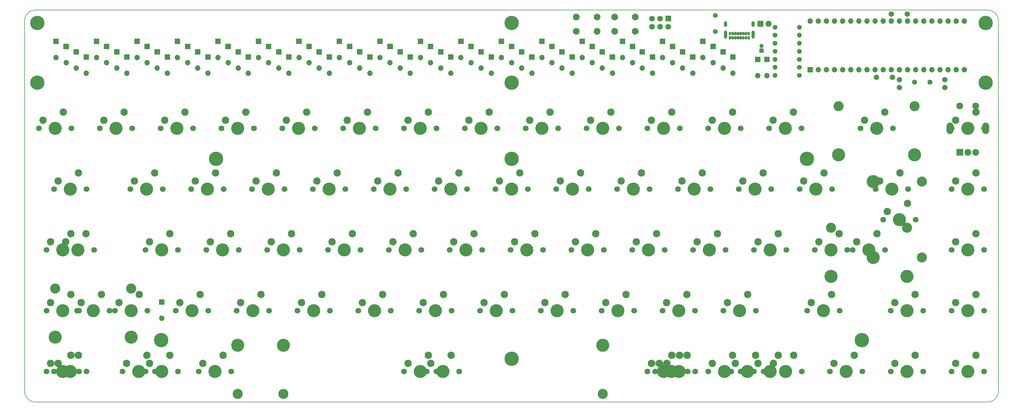
<source format=gbr>
G04 #@! TF.GenerationSoftware,KiCad,Pcbnew,5.1.10-88a1d61d58~90~ubuntu21.04.1*
G04 #@! TF.CreationDate,2021-10-21T10:27:37+02:00*
G04 #@! TF.ProjectId,discipline-pcb,64697363-6970-46c6-996e-652d7063622e,rev?*
G04 #@! TF.SameCoordinates,Original*
G04 #@! TF.FileFunction,Soldermask,Bot*
G04 #@! TF.FilePolarity,Negative*
%FSLAX46Y46*%
G04 Gerber Fmt 4.6, Leading zero omitted, Abs format (unit mm)*
G04 Created by KiCad (PCBNEW 5.1.10-88a1d61d58~90~ubuntu21.04.1) date 2021-10-21 10:27:37*
%MOMM*%
%LPD*%
G01*
G04 APERTURE LIST*
G04 #@! TA.AperFunction,Profile*
%ADD10C,0.150000*%
G04 #@! TD*
%ADD11C,1.702000*%
%ADD12C,1.302000*%
%ADD13C,2.102000*%
%ADD14O,2.202000X3.602000*%
%ADD15C,2.302000*%
%ADD16C,4.102000*%
%ADD17C,1.802000*%
%ADD18C,4.502000*%
%ADD19C,3.152000*%
%ADD20O,1.702000X1.702000*%
%ADD21C,1.602000*%
%ADD22C,1.502000*%
%ADD23O,1.502000X1.502000*%
%ADD24C,1.902000*%
%ADD25O,0.752000X1.102000*%
%ADD26O,1.002000X2.502000*%
%ADD27O,1.002000X1.802000*%
%ADD28C,3.150000*%
%ADD29C,4.089800*%
%ADD30C,0.150000*%
G04 APERTURE END LIST*
D10*
X355353250Y-180502219D02*
X57076441Y-180502219D01*
X358660309Y-61001809D02*
X358660309Y-177195160D01*
X57073441Y-57694750D02*
X355353250Y-57694750D01*
X53766382Y-177198159D02*
X53766382Y-61001809D01*
X355353250Y-57694750D02*
G75*
G02*
X358660309Y-61001809I0J-3307059D01*
G01*
X358660309Y-177195160D02*
G75*
G02*
X355353250Y-180502219I-3307059J0D01*
G01*
X57076441Y-180502218D02*
G75*
G02*
X53766382Y-177198159I-3000J3307059D01*
G01*
X53766382Y-61001809D02*
G75*
G02*
X57073441Y-57694750I3307059J0D01*
G01*
X355353250Y-180502219D02*
X57076441Y-180502219D01*
X358660309Y-61001809D02*
X358660309Y-177195160D01*
X57073441Y-57694750D02*
X355353250Y-57694750D01*
X53766382Y-177198159D02*
X53766382Y-61001809D01*
X355353250Y-57694750D02*
G75*
G02*
X358660309Y-61001809I0J-3307059D01*
G01*
X358660309Y-177195160D02*
G75*
G02*
X355353250Y-180502219I-3307059J0D01*
G01*
X57076441Y-180502218D02*
G75*
G02*
X53766382Y-177198159I-3000J3307059D01*
G01*
X53766382Y-61001809D02*
G75*
G02*
X57073441Y-57694750I3307059J0D01*
G01*
D11*
X325471062Y-78716416D03*
X320471062Y-78716416D03*
X330125530Y-58926178D03*
X325125530Y-58926178D03*
G36*
G01*
X285077677Y-71055866D02*
X283877675Y-71055866D01*
G75*
G02*
X283826676Y-71004867I0J50999D01*
G01*
X283826676Y-69804865D01*
G75*
G02*
X283877675Y-69753866I50999J0D01*
G01*
X285077677Y-69753866D01*
G75*
G02*
X285128676Y-69804865I0J-50999D01*
G01*
X285128676Y-71004867D01*
G75*
G02*
X285077677Y-71055866I-50999J0D01*
G01*
G37*
D12*
X284477676Y-68904866D03*
D11*
X327680238Y-79506040D03*
X327680238Y-82006040D03*
X341906112Y-79506040D03*
X341906112Y-82006040D03*
D13*
X351583000Y-87760400D03*
X346583000Y-87760400D03*
D14*
X354683000Y-94760400D03*
X343483000Y-94760400D03*
D13*
X351583000Y-102260400D03*
X349083000Y-102260400D03*
G36*
G01*
X347583000Y-103311400D02*
X345583000Y-103311400D01*
G75*
G02*
X345532000Y-103260400I0J51000D01*
G01*
X345532000Y-101260400D01*
G75*
G02*
X345583000Y-101209400I51000J0D01*
G01*
X347583000Y-101209400D01*
G75*
G02*
X347634000Y-101260400I0J-51000D01*
G01*
X347634000Y-103260400D01*
G75*
G02*
X347583000Y-103311400I-51000J0D01*
G01*
G37*
D15*
X275466206Y-165893750D03*
X269116206Y-168433750D03*
D16*
X272926206Y-170973750D03*
D17*
X267846206Y-170973750D03*
X278006206Y-170973750D03*
D15*
X256410884Y-165883620D03*
X250060884Y-168423620D03*
D16*
X253870884Y-170963620D03*
D17*
X248790884Y-170963620D03*
X258950884Y-170963620D03*
D15*
X282604634Y-165883620D03*
X276254634Y-168423620D03*
D16*
X280064634Y-170963620D03*
D17*
X274984634Y-170963620D03*
X285144634Y-170963620D03*
D15*
X258792134Y-165883620D03*
X252442134Y-168423620D03*
D16*
X256252134Y-170963620D03*
D17*
X251172134Y-170963620D03*
X261332134Y-170963620D03*
D18*
X206215970Y-80451243D03*
X206215970Y-61699530D03*
D15*
X89693750Y-146843750D03*
X83343750Y-149383750D03*
D16*
X87153750Y-151923750D03*
D17*
X82073750Y-151923750D03*
X92233750Y-151923750D03*
D15*
X68262500Y-146843750D03*
X61912500Y-149383750D03*
D16*
X65722500Y-151923750D03*
D17*
X60642500Y-151923750D03*
X70802500Y-151923750D03*
D15*
X308768250Y-127793750D03*
X302418250Y-130333750D03*
D16*
X306228250Y-132873750D03*
D17*
X301148250Y-132873750D03*
X311308250Y-132873750D03*
D16*
X319418250Y-111453750D03*
D19*
X334658250Y-135253750D03*
X334658250Y-111453750D03*
D16*
X319418250Y-135253750D03*
D17*
X332738250Y-123353750D03*
X322578250Y-123353750D03*
D16*
X327658250Y-123353750D03*
D15*
X323848250Y-120813750D03*
X330198250Y-118273750D03*
D20*
X96672400Y-154279600D03*
G36*
G01*
X95872400Y-148348600D02*
X97472400Y-148348600D01*
G75*
G02*
X97523400Y-148399600I0J-51000D01*
G01*
X97523400Y-149999600D01*
G75*
G02*
X97472400Y-150050600I-51000J0D01*
G01*
X95872400Y-150050600D01*
G75*
G02*
X95821400Y-149999600I0J51000D01*
G01*
X95821400Y-148399600D01*
G75*
G02*
X95872400Y-148348600I51000J0D01*
G01*
G37*
G36*
G01*
X300553430Y-77240182D02*
X298953430Y-77240182D01*
G75*
G02*
X298902430Y-77189182I0J51000D01*
G01*
X298902430Y-75589182D01*
G75*
G02*
X298953430Y-75538182I51000J0D01*
G01*
X300553430Y-75538182D01*
G75*
G02*
X300604430Y-75589182I0J-51000D01*
G01*
X300604430Y-77189182D01*
G75*
G02*
X300553430Y-77240182I-51000J0D01*
G01*
G37*
X348013430Y-61149182D03*
X302293430Y-76389182D03*
X345473430Y-61149182D03*
X304833430Y-76389182D03*
X342933430Y-61149182D03*
X307373430Y-76389182D03*
X340393430Y-61149182D03*
X309913430Y-76389182D03*
X337853430Y-61149182D03*
X312453430Y-76389182D03*
X335313430Y-61149182D03*
X314993430Y-76389182D03*
X332773430Y-61149182D03*
X317533430Y-76389182D03*
X330233430Y-61149182D03*
X320073430Y-76389182D03*
X327693430Y-61149182D03*
X322613430Y-76389182D03*
X325153430Y-61149182D03*
X325153430Y-76389182D03*
X322613430Y-61149182D03*
X327693430Y-76389182D03*
X320073430Y-61149182D03*
X330233430Y-76389182D03*
X317533430Y-61149182D03*
X332773430Y-76389182D03*
X314993430Y-61149182D03*
X335313430Y-76389182D03*
X312453430Y-61149182D03*
X337853430Y-76389182D03*
X309913430Y-61149182D03*
X340393430Y-76389182D03*
X307373430Y-61149182D03*
X342933430Y-76389182D03*
X304833430Y-61149182D03*
X345473430Y-76389182D03*
X302293430Y-61149182D03*
X348013430Y-76389182D03*
X299753430Y-61149182D03*
D17*
X292280128Y-170973750D03*
X282120128Y-170973750D03*
D16*
X287200128Y-170973750D03*
D15*
X283390128Y-168433750D03*
X289740128Y-165893750D03*
D17*
X263723936Y-170973750D03*
X253563936Y-170973750D03*
D16*
X258643936Y-170973750D03*
D15*
X254833936Y-168433750D03*
X261183936Y-165893750D03*
X180207573Y-165901640D03*
X173857573Y-168441640D03*
D16*
X177667573Y-170981640D03*
D17*
X172587573Y-170981640D03*
X182747573Y-170981640D03*
X101783031Y-170969819D03*
X91623031Y-170969819D03*
D16*
X96703031Y-170969819D03*
D15*
X92893031Y-168429819D03*
X99243031Y-165889819D03*
D17*
X73183700Y-170963620D03*
X63023700Y-170963620D03*
D16*
X68103700Y-170963620D03*
D15*
X64293700Y-168423620D03*
X70643700Y-165883620D03*
X68262500Y-127783620D03*
X61912500Y-130323620D03*
D16*
X65722500Y-132863620D03*
D17*
X60642500Y-132863620D03*
X70802500Y-132863620D03*
G36*
G01*
X256194830Y-59500870D02*
X256194830Y-61200870D01*
G75*
G02*
X256143830Y-61251870I-51000J0D01*
G01*
X254443830Y-61251870D01*
G75*
G02*
X254392830Y-61200870I0J51000D01*
G01*
X254392830Y-59500870D01*
G75*
G02*
X254443830Y-59449870I51000J0D01*
G01*
X256143830Y-59449870D01*
G75*
G02*
X256194830Y-59500870I0J-51000D01*
G01*
G37*
X255293830Y-62890870D03*
X252753830Y-60350870D03*
X252753830Y-62890870D03*
X250213830Y-60350870D03*
X250213830Y-62890870D03*
D15*
X323056250Y-89693750D03*
X316706250Y-92233750D03*
D16*
X320516250Y-94773750D03*
D17*
X315436250Y-94773750D03*
X325596250Y-94773750D03*
D16*
X332416250Y-103013750D03*
X308616250Y-103013750D03*
D19*
X308616250Y-87773750D03*
X332416250Y-87773750D03*
X330035250Y-125873750D03*
X306235250Y-125873750D03*
D16*
X306235250Y-141113750D03*
X330035250Y-141113750D03*
D17*
X323215250Y-132873750D03*
X313055250Y-132873750D03*
D16*
X318135250Y-132873750D03*
D15*
X314325250Y-130333750D03*
X320675250Y-127793750D03*
D19*
X87147450Y-144923750D03*
X63347450Y-144923750D03*
D16*
X63347450Y-160163750D03*
X87147450Y-160163750D03*
D17*
X80327450Y-151923750D03*
X70167450Y-151923750D03*
D16*
X75247450Y-151923750D03*
D15*
X71437450Y-149383750D03*
X77787450Y-146843750D03*
X68262450Y-165883620D03*
X61912450Y-168423620D03*
D16*
X65722450Y-170963620D03*
D17*
X60642450Y-170963620D03*
X70802450Y-170963620D03*
D15*
X92075050Y-165893750D03*
X85725050Y-168433750D03*
D16*
X89535050Y-170973750D03*
D17*
X84455050Y-170973750D03*
X94615050Y-170973750D03*
D15*
X115887450Y-165883620D03*
X109537450Y-168423620D03*
D16*
X113347450Y-170963620D03*
D17*
X108267450Y-170963620D03*
X118427450Y-170963620D03*
D15*
X73025050Y-127783620D03*
X66675050Y-130323620D03*
D16*
X70485050Y-132863620D03*
D17*
X65405050Y-132863620D03*
X75565050Y-132863620D03*
D15*
X306387250Y-146843750D03*
X300037250Y-149383750D03*
D16*
X303847250Y-151923750D03*
D17*
X298767250Y-151923750D03*
X308927250Y-151923750D03*
X73183750Y-113823750D03*
X63023750Y-113823750D03*
D16*
X68103750Y-113823750D03*
D15*
X64293750Y-111283750D03*
X70643750Y-108743750D03*
D17*
X330358250Y-113823750D03*
X320198250Y-113823750D03*
D16*
X325278250Y-113823750D03*
D15*
X321468250Y-111283750D03*
X327818250Y-108743750D03*
X294481250Y-89693750D03*
X288131250Y-92233750D03*
D16*
X291941250Y-94773750D03*
D17*
X286861250Y-94773750D03*
X297021250Y-94773750D03*
D15*
X132556250Y-108743750D03*
X126206250Y-111283750D03*
D16*
X130016250Y-113823750D03*
D17*
X124936250Y-113823750D03*
X135096250Y-113823750D03*
D15*
X65881250Y-89693750D03*
X59531250Y-92233750D03*
D16*
X63341250Y-94773750D03*
D17*
X58261250Y-94773750D03*
X68421250Y-94773750D03*
D15*
X84931250Y-89693750D03*
X78581250Y-92233750D03*
D16*
X82391250Y-94773750D03*
D17*
X77311250Y-94773750D03*
X87471250Y-94773750D03*
D15*
X103981250Y-89693750D03*
X97631250Y-92233750D03*
D16*
X101441250Y-94773750D03*
D17*
X96361250Y-94773750D03*
X106521250Y-94773750D03*
D15*
X123031250Y-89693750D03*
X116681250Y-92233750D03*
D16*
X120491250Y-94773750D03*
D17*
X115411250Y-94773750D03*
X125571250Y-94773750D03*
D15*
X142081250Y-89693750D03*
X135731250Y-92233750D03*
D16*
X139541250Y-94773750D03*
D17*
X134461250Y-94773750D03*
X144621250Y-94773750D03*
D15*
X161131250Y-89693750D03*
X154781250Y-92233750D03*
D16*
X158591250Y-94773750D03*
D17*
X153511250Y-94773750D03*
X163671250Y-94773750D03*
D15*
X180181250Y-89693750D03*
X173831250Y-92233750D03*
D16*
X177641250Y-94773750D03*
D17*
X172561250Y-94773750D03*
X182721250Y-94773750D03*
D15*
X199231250Y-89693750D03*
X192881250Y-92233750D03*
D16*
X196691250Y-94773750D03*
D17*
X191611250Y-94773750D03*
X201771250Y-94773750D03*
D15*
X218281250Y-89693750D03*
X211931250Y-92233750D03*
D16*
X215741250Y-94773750D03*
D17*
X210661250Y-94773750D03*
X220821250Y-94773750D03*
D15*
X237331250Y-89693750D03*
X230981250Y-92233750D03*
D16*
X234791250Y-94773750D03*
D17*
X229711250Y-94773750D03*
X239871250Y-94773750D03*
D15*
X256381250Y-89693750D03*
X250031250Y-92233750D03*
D16*
X253841250Y-94773750D03*
D17*
X248761250Y-94773750D03*
X258921250Y-94773750D03*
D15*
X275431250Y-89693750D03*
X269081250Y-92233750D03*
D16*
X272891250Y-94773750D03*
D17*
X267811250Y-94773750D03*
X277971250Y-94773750D03*
D15*
X351631250Y-89693750D03*
X345281250Y-92233750D03*
D16*
X349091250Y-94773750D03*
D17*
X344011250Y-94773750D03*
X354171250Y-94773750D03*
D15*
X94456250Y-108743750D03*
X88106250Y-111283750D03*
D16*
X91916250Y-113823750D03*
D17*
X86836250Y-113823750D03*
X96996250Y-113823750D03*
D15*
X113506250Y-108743750D03*
X107156250Y-111283750D03*
D16*
X110966250Y-113823750D03*
D17*
X105886250Y-113823750D03*
X116046250Y-113823750D03*
D15*
X151606250Y-108743750D03*
X145256250Y-111283750D03*
D16*
X149066250Y-113823750D03*
D17*
X143986250Y-113823750D03*
X154146250Y-113823750D03*
D15*
X170656250Y-108743750D03*
X164306250Y-111283750D03*
D16*
X168116250Y-113823750D03*
D17*
X163036250Y-113823750D03*
X173196250Y-113823750D03*
D15*
X189706250Y-108743750D03*
X183356250Y-111283750D03*
D16*
X187166250Y-113823750D03*
D17*
X182086250Y-113823750D03*
X192246250Y-113823750D03*
D15*
X208756250Y-108743750D03*
X202406250Y-111283750D03*
D16*
X206216250Y-113823750D03*
D17*
X201136250Y-113823750D03*
X211296250Y-113823750D03*
D15*
X227806250Y-108743750D03*
X221456250Y-111283750D03*
D16*
X225266250Y-113823750D03*
D17*
X220186250Y-113823750D03*
X230346250Y-113823750D03*
D15*
X246856250Y-108743750D03*
X240506250Y-111283750D03*
D16*
X244316250Y-113823750D03*
D17*
X239236250Y-113823750D03*
X249396250Y-113823750D03*
D15*
X265906250Y-108743750D03*
X259556250Y-111283750D03*
D16*
X263366250Y-113823750D03*
D17*
X258286250Y-113823750D03*
X268446250Y-113823750D03*
D15*
X284956250Y-108743750D03*
X278606250Y-111283750D03*
D16*
X282416250Y-113823750D03*
D17*
X277336250Y-113823750D03*
X287496250Y-113823750D03*
D15*
X304006250Y-108743750D03*
X297656250Y-111283750D03*
D16*
X301466250Y-113823750D03*
D17*
X296386250Y-113823750D03*
X306546250Y-113823750D03*
D15*
X351631250Y-108743750D03*
X345281250Y-111283750D03*
D16*
X349091250Y-113823750D03*
D17*
X344011250Y-113823750D03*
X354171250Y-113823750D03*
D15*
X99218750Y-127793750D03*
X92868750Y-130333750D03*
D16*
X96678750Y-132873750D03*
D17*
X91598750Y-132873750D03*
X101758750Y-132873750D03*
D15*
X118268750Y-127793750D03*
X111918750Y-130333750D03*
D16*
X115728750Y-132873750D03*
D17*
X110648750Y-132873750D03*
X120808750Y-132873750D03*
D15*
X137318750Y-127793750D03*
X130968750Y-130333750D03*
D16*
X134778750Y-132873750D03*
D17*
X129698750Y-132873750D03*
X139858750Y-132873750D03*
D15*
X156368250Y-127793750D03*
X150018250Y-130333750D03*
D16*
X153828250Y-132873750D03*
D17*
X148748250Y-132873750D03*
X158908250Y-132873750D03*
D15*
X175418250Y-127793750D03*
X169068250Y-130333750D03*
D16*
X172878250Y-132873750D03*
D17*
X167798250Y-132873750D03*
X177958250Y-132873750D03*
D15*
X194468250Y-127793750D03*
X188118250Y-130333750D03*
D16*
X191928250Y-132873750D03*
D17*
X186848250Y-132873750D03*
X197008250Y-132873750D03*
D15*
X213518250Y-127793750D03*
X207168250Y-130333750D03*
D16*
X210978250Y-132873750D03*
D17*
X205898250Y-132873750D03*
X216058250Y-132873750D03*
D15*
X232568250Y-127793750D03*
X226218250Y-130333750D03*
D16*
X230028250Y-132873750D03*
D17*
X224948250Y-132873750D03*
X235108250Y-132873750D03*
D15*
X251618250Y-127793750D03*
X245268250Y-130333750D03*
D16*
X249078250Y-132873750D03*
D17*
X243998250Y-132873750D03*
X254158250Y-132873750D03*
D15*
X270668250Y-127793750D03*
X264318250Y-130333750D03*
D16*
X268128250Y-132873750D03*
D17*
X263048250Y-132873750D03*
X273208250Y-132873750D03*
D15*
X289718250Y-127793750D03*
X283368250Y-130333750D03*
D16*
X287178250Y-132873750D03*
D17*
X282098250Y-132873750D03*
X292258250Y-132873750D03*
D15*
X351631250Y-127793750D03*
X345281250Y-130333750D03*
D16*
X349091250Y-132873750D03*
D17*
X344011250Y-132873750D03*
X354171250Y-132873750D03*
D15*
X108743750Y-146843750D03*
X102393750Y-149383750D03*
D16*
X106203750Y-151923750D03*
D17*
X101123750Y-151923750D03*
X111283750Y-151923750D03*
D15*
X127793750Y-146843750D03*
X121443750Y-149383750D03*
D16*
X125253750Y-151923750D03*
D17*
X120173750Y-151923750D03*
X130333750Y-151923750D03*
D15*
X146843750Y-146843750D03*
X140493750Y-149383750D03*
D16*
X144303750Y-151923750D03*
D17*
X139223750Y-151923750D03*
X149383750Y-151923750D03*
D15*
X165894250Y-146843750D03*
X159544250Y-149383750D03*
D16*
X163354250Y-151923750D03*
D17*
X158274250Y-151923750D03*
X168434250Y-151923750D03*
D15*
X184944250Y-146843750D03*
X178594250Y-149383750D03*
D16*
X182404250Y-151923750D03*
D17*
X177324250Y-151923750D03*
X187484250Y-151923750D03*
D15*
X203994250Y-146843750D03*
X197644250Y-149383750D03*
D16*
X201454250Y-151923750D03*
D17*
X196374250Y-151923750D03*
X206534250Y-151923750D03*
D15*
X223044250Y-146843750D03*
X216694250Y-149383750D03*
D16*
X220504250Y-151923750D03*
D17*
X215424250Y-151923750D03*
X225584250Y-151923750D03*
D15*
X242094250Y-146843750D03*
X235744250Y-149383750D03*
D16*
X239554250Y-151923750D03*
D17*
X234474250Y-151923750D03*
X244634250Y-151923750D03*
D15*
X261144250Y-146843750D03*
X254794250Y-149383750D03*
D16*
X258604250Y-151923750D03*
D17*
X253524250Y-151923750D03*
X263684250Y-151923750D03*
D15*
X280194250Y-146843750D03*
X273844250Y-149383750D03*
D16*
X277654250Y-151923750D03*
D17*
X272574250Y-151923750D03*
X282734250Y-151923750D03*
D15*
X332581250Y-146843750D03*
X326231250Y-149383750D03*
D16*
X330041250Y-151923750D03*
D17*
X324961250Y-151923750D03*
X335121250Y-151923750D03*
D15*
X351631250Y-146843750D03*
X345281250Y-149383750D03*
D16*
X349091250Y-151923750D03*
D17*
X344011250Y-151923750D03*
X354171250Y-151923750D03*
D15*
X187325250Y-165893750D03*
X180975250Y-168433750D03*
D16*
X184785250Y-170973750D03*
D17*
X179705250Y-170973750D03*
X189865250Y-170973750D03*
D15*
X313531250Y-165893750D03*
X307181250Y-168433750D03*
D16*
X310991250Y-170973750D03*
D17*
X305911250Y-170973750D03*
X316071250Y-170973750D03*
D15*
X332581250Y-165893750D03*
X326231250Y-168433750D03*
D16*
X330041250Y-170973750D03*
D17*
X324961250Y-170973750D03*
X335121250Y-170973750D03*
D15*
X351631250Y-165893750D03*
X345281250Y-168433750D03*
D16*
X349091250Y-170973750D03*
D17*
X344011250Y-170973750D03*
X354171250Y-170973750D03*
D15*
X294521528Y-165883620D03*
X288171528Y-168423620D03*
D16*
X291981528Y-170963620D03*
D17*
X286901528Y-170963620D03*
X297061528Y-170963620D03*
D21*
X337251644Y-80256240D03*
X332371644Y-80256240D03*
D22*
X296376316Y-75645517D03*
D23*
X288756316Y-75645517D03*
D22*
X296376316Y-73152052D03*
D23*
X288756316Y-73152052D03*
D22*
X296376316Y-78138982D03*
D23*
X288756316Y-78138982D03*
D22*
X288756316Y-70580211D03*
D23*
X296376316Y-70580211D03*
D22*
X288756316Y-68060499D03*
D23*
X296376316Y-68060499D03*
D22*
X288756316Y-65567034D03*
D23*
X296376316Y-65567034D03*
D22*
X288756316Y-63073204D03*
D23*
X296376316Y-63073204D03*
D24*
X286667716Y-61970830D03*
G36*
G01*
X283176716Y-62870830D02*
X283176716Y-61070830D01*
G75*
G02*
X283227716Y-61019830I51000J0D01*
G01*
X285027716Y-61019830D01*
G75*
G02*
X285078716Y-61070830I0J-51000D01*
G01*
X285078716Y-62870830D01*
G75*
G02*
X285027716Y-62921830I-51000J0D01*
G01*
X283227716Y-62921830D01*
G75*
G02*
X283176716Y-62870830I0J51000D01*
G01*
G37*
D25*
X278823468Y-66391022D03*
X280523468Y-66391022D03*
X279673468Y-66391022D03*
X277973468Y-66391022D03*
X277123468Y-66391022D03*
X276273468Y-66391022D03*
X275423468Y-66391022D03*
X274573468Y-66391022D03*
X280523468Y-65066022D03*
X279668468Y-65066022D03*
X278818468Y-65066022D03*
X277968468Y-65066022D03*
X277118468Y-65066022D03*
X276268468Y-65066022D03*
X275418468Y-65066022D03*
X274568468Y-65066022D03*
D26*
X281873468Y-65411022D03*
X273223468Y-65411022D03*
D27*
X281873468Y-62031022D03*
X273223468Y-62031022D03*
D22*
X270047614Y-59350838D03*
X270047614Y-64450838D03*
D13*
X244985732Y-59836074D03*
X244985732Y-64336074D03*
X238485732Y-59836074D03*
X238485732Y-64336074D03*
X232985732Y-59836074D03*
X232985732Y-64336074D03*
X226485732Y-59836074D03*
X226485732Y-64336074D03*
D20*
X63600284Y-72555612D03*
G36*
G01*
X62800284Y-66624612D02*
X64400284Y-66624612D01*
G75*
G02*
X64451284Y-66675612I0J-51000D01*
G01*
X64451284Y-68275612D01*
G75*
G02*
X64400284Y-68326612I-51000J0D01*
G01*
X62800284Y-68326612D01*
G75*
G02*
X62749284Y-68275612I0J51000D01*
G01*
X62749284Y-66675612D01*
G75*
G02*
X62800284Y-66624612I51000J0D01*
G01*
G37*
X73108673Y-77516199D03*
G36*
G01*
X72308673Y-71585199D02*
X73908673Y-71585199D01*
G75*
G02*
X73959673Y-71636199I0J-51000D01*
G01*
X73959673Y-73236199D01*
G75*
G02*
X73908673Y-73287199I-51000J0D01*
G01*
X72308673Y-73287199D01*
G75*
G02*
X72257673Y-73236199I0J51000D01*
G01*
X72257673Y-71636199D01*
G75*
G02*
X72308673Y-71585199I51000J0D01*
G01*
G37*
X85786525Y-77516199D03*
G36*
G01*
X84986525Y-71585199D02*
X86586525Y-71585199D01*
G75*
G02*
X86637525Y-71636199I0J-51000D01*
G01*
X86637525Y-73236199D01*
G75*
G02*
X86586525Y-73287199I-51000J0D01*
G01*
X84986525Y-73287199D01*
G75*
G02*
X84935525Y-73236199I0J51000D01*
G01*
X84935525Y-71636199D01*
G75*
G02*
X84986525Y-71585199I51000J0D01*
G01*
G37*
X88955988Y-72555612D03*
G36*
G01*
X88155988Y-66624612D02*
X89755988Y-66624612D01*
G75*
G02*
X89806988Y-66675612I0J-51000D01*
G01*
X89806988Y-68275612D01*
G75*
G02*
X89755988Y-68326612I-51000J0D01*
G01*
X88155988Y-68326612D01*
G75*
G02*
X88104988Y-68275612I0J51000D01*
G01*
X88104988Y-66675612D01*
G75*
G02*
X88155988Y-66624612I51000J0D01*
G01*
G37*
X101633840Y-72555612D03*
G36*
G01*
X100833840Y-66624612D02*
X102433840Y-66624612D01*
G75*
G02*
X102484840Y-66675612I0J-51000D01*
G01*
X102484840Y-68275612D01*
G75*
G02*
X102433840Y-68326612I-51000J0D01*
G01*
X100833840Y-68326612D01*
G75*
G02*
X100782840Y-68275612I0J51000D01*
G01*
X100782840Y-66675612D01*
G75*
G02*
X100833840Y-66624612I51000J0D01*
G01*
G37*
X114311692Y-72555612D03*
G36*
G01*
X113511692Y-66624612D02*
X115111692Y-66624612D01*
G75*
G02*
X115162692Y-66675612I0J-51000D01*
G01*
X115162692Y-68275612D01*
G75*
G02*
X115111692Y-68326612I-51000J0D01*
G01*
X113511692Y-68326612D01*
G75*
G02*
X113460692Y-68275612I0J51000D01*
G01*
X113460692Y-66675612D01*
G75*
G02*
X113511692Y-66624612I51000J0D01*
G01*
G37*
X126989544Y-72555612D03*
G36*
G01*
X126189544Y-66624612D02*
X127789544Y-66624612D01*
G75*
G02*
X127840544Y-66675612I0J-51000D01*
G01*
X127840544Y-68275612D01*
G75*
G02*
X127789544Y-68326612I-51000J0D01*
G01*
X126189544Y-68326612D01*
G75*
G02*
X126138544Y-68275612I0J51000D01*
G01*
X126138544Y-66675612D01*
G75*
G02*
X126189544Y-66624612I51000J0D01*
G01*
G37*
X139667396Y-72555612D03*
G36*
G01*
X138867396Y-66624612D02*
X140467396Y-66624612D01*
G75*
G02*
X140518396Y-66675612I0J-51000D01*
G01*
X140518396Y-68275612D01*
G75*
G02*
X140467396Y-68326612I-51000J0D01*
G01*
X138867396Y-68326612D01*
G75*
G02*
X138816396Y-68275612I0J51000D01*
G01*
X138816396Y-66675612D01*
G75*
G02*
X138867396Y-66624612I51000J0D01*
G01*
G37*
X152345248Y-72555612D03*
G36*
G01*
X151545248Y-66624612D02*
X153145248Y-66624612D01*
G75*
G02*
X153196248Y-66675612I0J-51000D01*
G01*
X153196248Y-68275612D01*
G75*
G02*
X153145248Y-68326612I-51000J0D01*
G01*
X151545248Y-68326612D01*
G75*
G02*
X151494248Y-68275612I0J51000D01*
G01*
X151494248Y-66675612D01*
G75*
G02*
X151545248Y-66624612I51000J0D01*
G01*
G37*
X165023100Y-72555612D03*
G36*
G01*
X164223100Y-66624612D02*
X165823100Y-66624612D01*
G75*
G02*
X165874100Y-66675612I0J-51000D01*
G01*
X165874100Y-68275612D01*
G75*
G02*
X165823100Y-68326612I-51000J0D01*
G01*
X164223100Y-68326612D01*
G75*
G02*
X164172100Y-68275612I0J51000D01*
G01*
X164172100Y-66675612D01*
G75*
G02*
X164223100Y-66624612I51000J0D01*
G01*
G37*
X177700952Y-72555612D03*
G36*
G01*
X176900952Y-66624612D02*
X178500952Y-66624612D01*
G75*
G02*
X178551952Y-66675612I0J-51000D01*
G01*
X178551952Y-68275612D01*
G75*
G02*
X178500952Y-68326612I-51000J0D01*
G01*
X176900952Y-68326612D01*
G75*
G02*
X176849952Y-68275612I0J51000D01*
G01*
X176849952Y-66675612D01*
G75*
G02*
X176900952Y-66624612I51000J0D01*
G01*
G37*
X190378804Y-72555612D03*
G36*
G01*
X189578804Y-66624612D02*
X191178804Y-66624612D01*
G75*
G02*
X191229804Y-66675612I0J-51000D01*
G01*
X191229804Y-68275612D01*
G75*
G02*
X191178804Y-68326612I-51000J0D01*
G01*
X189578804Y-68326612D01*
G75*
G02*
X189527804Y-68275612I0J51000D01*
G01*
X189527804Y-66675612D01*
G75*
G02*
X189578804Y-66624612I51000J0D01*
G01*
G37*
X203056656Y-72555612D03*
G36*
G01*
X202256656Y-66624612D02*
X203856656Y-66624612D01*
G75*
G02*
X203907656Y-66675612I0J-51000D01*
G01*
X203907656Y-68275612D01*
G75*
G02*
X203856656Y-68326612I-51000J0D01*
G01*
X202256656Y-68326612D01*
G75*
G02*
X202205656Y-68275612I0J51000D01*
G01*
X202205656Y-66675612D01*
G75*
G02*
X202256656Y-66624612I51000J0D01*
G01*
G37*
X215734508Y-72555612D03*
G36*
G01*
X214934508Y-66624612D02*
X216534508Y-66624612D01*
G75*
G02*
X216585508Y-66675612I0J-51000D01*
G01*
X216585508Y-68275612D01*
G75*
G02*
X216534508Y-68326612I-51000J0D01*
G01*
X214934508Y-68326612D01*
G75*
G02*
X214883508Y-68275612I0J51000D01*
G01*
X214883508Y-66675612D01*
G75*
G02*
X214934508Y-66624612I51000J0D01*
G01*
G37*
X228342376Y-72555612D03*
G36*
G01*
X227542376Y-66624612D02*
X229142376Y-66624612D01*
G75*
G02*
X229193376Y-66675612I0J-51000D01*
G01*
X229193376Y-68275612D01*
G75*
G02*
X229142376Y-68326612I-51000J0D01*
G01*
X227542376Y-68326612D01*
G75*
G02*
X227491376Y-68275612I0J51000D01*
G01*
X227491376Y-66675612D01*
G75*
G02*
X227542376Y-66624612I51000J0D01*
G01*
G37*
X275541929Y-77516199D03*
G36*
G01*
X274741929Y-71585199D02*
X276341929Y-71585199D01*
G75*
G02*
X276392929Y-71636199I0J-51000D01*
G01*
X276392929Y-73236199D01*
G75*
G02*
X276341929Y-73287199I-51000J0D01*
G01*
X274741929Y-73287199D01*
G75*
G02*
X274690929Y-73236199I0J51000D01*
G01*
X274690929Y-71636199D01*
G75*
G02*
X274741929Y-71585199I51000J0D01*
G01*
G37*
X66769747Y-74209141D03*
G36*
G01*
X65969747Y-68278141D02*
X67569747Y-68278141D01*
G75*
G02*
X67620747Y-68329141I0J-51000D01*
G01*
X67620747Y-69929141D01*
G75*
G02*
X67569747Y-69980141I-51000J0D01*
G01*
X65969747Y-69980141D01*
G75*
G02*
X65918747Y-69929141I0J51000D01*
G01*
X65918747Y-68329141D01*
G75*
G02*
X65969747Y-68278141I51000J0D01*
G01*
G37*
X82617062Y-75862670D03*
G36*
G01*
X81817062Y-69931670D02*
X83417062Y-69931670D01*
G75*
G02*
X83468062Y-69982670I0J-51000D01*
G01*
X83468062Y-71582670D01*
G75*
G02*
X83417062Y-71633670I-51000J0D01*
G01*
X81817062Y-71633670D01*
G75*
G02*
X81766062Y-71582670I0J51000D01*
G01*
X81766062Y-69982670D01*
G75*
G02*
X81817062Y-69931670I51000J0D01*
G01*
G37*
X92125451Y-74209141D03*
G36*
G01*
X91325451Y-68278141D02*
X92925451Y-68278141D01*
G75*
G02*
X92976451Y-68329141I0J-51000D01*
G01*
X92976451Y-69929141D01*
G75*
G02*
X92925451Y-69980141I-51000J0D01*
G01*
X91325451Y-69980141D01*
G75*
G02*
X91274451Y-69929141I0J51000D01*
G01*
X91274451Y-68329141D01*
G75*
G02*
X91325451Y-68278141I51000J0D01*
G01*
G37*
X104803303Y-74209141D03*
G36*
G01*
X104003303Y-68278141D02*
X105603303Y-68278141D01*
G75*
G02*
X105654303Y-68329141I0J-51000D01*
G01*
X105654303Y-69929141D01*
G75*
G02*
X105603303Y-69980141I-51000J0D01*
G01*
X104003303Y-69980141D01*
G75*
G02*
X103952303Y-69929141I0J51000D01*
G01*
X103952303Y-68329141D01*
G75*
G02*
X104003303Y-68278141I51000J0D01*
G01*
G37*
X117481155Y-74209141D03*
G36*
G01*
X116681155Y-68278141D02*
X118281155Y-68278141D01*
G75*
G02*
X118332155Y-68329141I0J-51000D01*
G01*
X118332155Y-69929141D01*
G75*
G02*
X118281155Y-69980141I-51000J0D01*
G01*
X116681155Y-69980141D01*
G75*
G02*
X116630155Y-69929141I0J51000D01*
G01*
X116630155Y-68329141D01*
G75*
G02*
X116681155Y-68278141I51000J0D01*
G01*
G37*
X130159007Y-74209141D03*
G36*
G01*
X129359007Y-68278141D02*
X130959007Y-68278141D01*
G75*
G02*
X131010007Y-68329141I0J-51000D01*
G01*
X131010007Y-69929141D01*
G75*
G02*
X130959007Y-69980141I-51000J0D01*
G01*
X129359007Y-69980141D01*
G75*
G02*
X129308007Y-69929141I0J51000D01*
G01*
X129308007Y-68329141D01*
G75*
G02*
X129359007Y-68278141I51000J0D01*
G01*
G37*
X142836859Y-74209141D03*
G36*
G01*
X142036859Y-68278141D02*
X143636859Y-68278141D01*
G75*
G02*
X143687859Y-68329141I0J-51000D01*
G01*
X143687859Y-69929141D01*
G75*
G02*
X143636859Y-69980141I-51000J0D01*
G01*
X142036859Y-69980141D01*
G75*
G02*
X141985859Y-69929141I0J51000D01*
G01*
X141985859Y-68329141D01*
G75*
G02*
X142036859Y-68278141I51000J0D01*
G01*
G37*
X155514711Y-74209141D03*
G36*
G01*
X154714711Y-68278141D02*
X156314711Y-68278141D01*
G75*
G02*
X156365711Y-68329141I0J-51000D01*
G01*
X156365711Y-69929141D01*
G75*
G02*
X156314711Y-69980141I-51000J0D01*
G01*
X154714711Y-69980141D01*
G75*
G02*
X154663711Y-69929141I0J51000D01*
G01*
X154663711Y-68329141D01*
G75*
G02*
X154714711Y-68278141I51000J0D01*
G01*
G37*
X168192563Y-74209141D03*
G36*
G01*
X167392563Y-68278141D02*
X168992563Y-68278141D01*
G75*
G02*
X169043563Y-68329141I0J-51000D01*
G01*
X169043563Y-69929141D01*
G75*
G02*
X168992563Y-69980141I-51000J0D01*
G01*
X167392563Y-69980141D01*
G75*
G02*
X167341563Y-69929141I0J51000D01*
G01*
X167341563Y-68329141D01*
G75*
G02*
X167392563Y-68278141I51000J0D01*
G01*
G37*
X180870415Y-74209141D03*
G36*
G01*
X180070415Y-68278141D02*
X181670415Y-68278141D01*
G75*
G02*
X181721415Y-68329141I0J-51000D01*
G01*
X181721415Y-69929141D01*
G75*
G02*
X181670415Y-69980141I-51000J0D01*
G01*
X180070415Y-69980141D01*
G75*
G02*
X180019415Y-69929141I0J51000D01*
G01*
X180019415Y-68329141D01*
G75*
G02*
X180070415Y-68278141I51000J0D01*
G01*
G37*
X193548267Y-74209141D03*
G36*
G01*
X192748267Y-68278141D02*
X194348267Y-68278141D01*
G75*
G02*
X194399267Y-68329141I0J-51000D01*
G01*
X194399267Y-69929141D01*
G75*
G02*
X194348267Y-69980141I-51000J0D01*
G01*
X192748267Y-69980141D01*
G75*
G02*
X192697267Y-69929141I0J51000D01*
G01*
X192697267Y-68329141D01*
G75*
G02*
X192748267Y-68278141I51000J0D01*
G01*
G37*
X206226119Y-74209141D03*
G36*
G01*
X205426119Y-68278141D02*
X207026119Y-68278141D01*
G75*
G02*
X207077119Y-68329141I0J-51000D01*
G01*
X207077119Y-69929141D01*
G75*
G02*
X207026119Y-69980141I-51000J0D01*
G01*
X205426119Y-69980141D01*
G75*
G02*
X205375119Y-69929141I0J51000D01*
G01*
X205375119Y-68329141D01*
G75*
G02*
X205426119Y-68278141I51000J0D01*
G01*
G37*
X218886475Y-74209141D03*
G36*
G01*
X218086475Y-68278141D02*
X219686475Y-68278141D01*
G75*
G02*
X219737475Y-68329141I0J-51000D01*
G01*
X219737475Y-69929141D01*
G75*
G02*
X219686475Y-69980141I-51000J0D01*
G01*
X218086475Y-69980141D01*
G75*
G02*
X218035475Y-69929141I0J51000D01*
G01*
X218035475Y-68329141D01*
G75*
G02*
X218086475Y-68278141I51000J0D01*
G01*
G37*
X231493149Y-74209141D03*
G36*
G01*
X230693149Y-68278141D02*
X232293149Y-68278141D01*
G75*
G02*
X232344149Y-68329141I0J-51000D01*
G01*
X232344149Y-69929141D01*
G75*
G02*
X232293149Y-69980141I-51000J0D01*
G01*
X230693149Y-69980141D01*
G75*
G02*
X230642149Y-69929141I0J51000D01*
G01*
X230642149Y-68329141D01*
G75*
G02*
X230693149Y-68278141I51000J0D01*
G01*
G37*
X272453205Y-75862670D03*
G36*
G01*
X271653205Y-69931670D02*
X273253205Y-69931670D01*
G75*
G02*
X273304205Y-69982670I0J-51000D01*
G01*
X273304205Y-71582670D01*
G75*
G02*
X273253205Y-71633670I-51000J0D01*
G01*
X271653205Y-71633670D01*
G75*
G02*
X271602205Y-71582670I0J51000D01*
G01*
X271602205Y-69982670D01*
G75*
G02*
X271653205Y-69931670I51000J0D01*
G01*
G37*
X69939210Y-75862670D03*
G36*
G01*
X69139210Y-69931670D02*
X70739210Y-69931670D01*
G75*
G02*
X70790210Y-69982670I0J-51000D01*
G01*
X70790210Y-71582670D01*
G75*
G02*
X70739210Y-71633670I-51000J0D01*
G01*
X69139210Y-71633670D01*
G75*
G02*
X69088210Y-71582670I0J51000D01*
G01*
X69088210Y-69982670D01*
G75*
G02*
X69139210Y-69931670I51000J0D01*
G01*
G37*
X79447599Y-74209141D03*
G36*
G01*
X78647599Y-68278141D02*
X80247599Y-68278141D01*
G75*
G02*
X80298599Y-68329141I0J-51000D01*
G01*
X80298599Y-69929141D01*
G75*
G02*
X80247599Y-69980141I-51000J0D01*
G01*
X78647599Y-69980141D01*
G75*
G02*
X78596599Y-69929141I0J51000D01*
G01*
X78596599Y-68329141D01*
G75*
G02*
X78647599Y-68278141I51000J0D01*
G01*
G37*
X95294914Y-75862670D03*
G36*
G01*
X94494914Y-69931670D02*
X96094914Y-69931670D01*
G75*
G02*
X96145914Y-69982670I0J-51000D01*
G01*
X96145914Y-71582670D01*
G75*
G02*
X96094914Y-71633670I-51000J0D01*
G01*
X94494914Y-71633670D01*
G75*
G02*
X94443914Y-71582670I0J51000D01*
G01*
X94443914Y-69982670D01*
G75*
G02*
X94494914Y-69931670I51000J0D01*
G01*
G37*
X107972766Y-75862670D03*
G36*
G01*
X107172766Y-69931670D02*
X108772766Y-69931670D01*
G75*
G02*
X108823766Y-69982670I0J-51000D01*
G01*
X108823766Y-71582670D01*
G75*
G02*
X108772766Y-71633670I-51000J0D01*
G01*
X107172766Y-71633670D01*
G75*
G02*
X107121766Y-71582670I0J51000D01*
G01*
X107121766Y-69982670D01*
G75*
G02*
X107172766Y-69931670I51000J0D01*
G01*
G37*
X120650618Y-75862670D03*
G36*
G01*
X119850618Y-69931670D02*
X121450618Y-69931670D01*
G75*
G02*
X121501618Y-69982670I0J-51000D01*
G01*
X121501618Y-71582670D01*
G75*
G02*
X121450618Y-71633670I-51000J0D01*
G01*
X119850618Y-71633670D01*
G75*
G02*
X119799618Y-71582670I0J51000D01*
G01*
X119799618Y-69982670D01*
G75*
G02*
X119850618Y-69931670I51000J0D01*
G01*
G37*
X133328470Y-75862670D03*
G36*
G01*
X132528470Y-69931670D02*
X134128470Y-69931670D01*
G75*
G02*
X134179470Y-69982670I0J-51000D01*
G01*
X134179470Y-71582670D01*
G75*
G02*
X134128470Y-71633670I-51000J0D01*
G01*
X132528470Y-71633670D01*
G75*
G02*
X132477470Y-71582670I0J51000D01*
G01*
X132477470Y-69982670D01*
G75*
G02*
X132528470Y-69931670I51000J0D01*
G01*
G37*
X146006322Y-75862670D03*
G36*
G01*
X145206322Y-69931670D02*
X146806322Y-69931670D01*
G75*
G02*
X146857322Y-69982670I0J-51000D01*
G01*
X146857322Y-71582670D01*
G75*
G02*
X146806322Y-71633670I-51000J0D01*
G01*
X145206322Y-71633670D01*
G75*
G02*
X145155322Y-71582670I0J51000D01*
G01*
X145155322Y-69982670D01*
G75*
G02*
X145206322Y-69931670I51000J0D01*
G01*
G37*
X158684174Y-75862670D03*
G36*
G01*
X157884174Y-69931670D02*
X159484174Y-69931670D01*
G75*
G02*
X159535174Y-69982670I0J-51000D01*
G01*
X159535174Y-71582670D01*
G75*
G02*
X159484174Y-71633670I-51000J0D01*
G01*
X157884174Y-71633670D01*
G75*
G02*
X157833174Y-71582670I0J51000D01*
G01*
X157833174Y-69982670D01*
G75*
G02*
X157884174Y-69931670I51000J0D01*
G01*
G37*
X171362026Y-75862670D03*
G36*
G01*
X170562026Y-69931670D02*
X172162026Y-69931670D01*
G75*
G02*
X172213026Y-69982670I0J-51000D01*
G01*
X172213026Y-71582670D01*
G75*
G02*
X172162026Y-71633670I-51000J0D01*
G01*
X170562026Y-71633670D01*
G75*
G02*
X170511026Y-71582670I0J51000D01*
G01*
X170511026Y-69982670D01*
G75*
G02*
X170562026Y-69931670I51000J0D01*
G01*
G37*
X184039878Y-75862670D03*
G36*
G01*
X183239878Y-69931670D02*
X184839878Y-69931670D01*
G75*
G02*
X184890878Y-69982670I0J-51000D01*
G01*
X184890878Y-71582670D01*
G75*
G02*
X184839878Y-71633670I-51000J0D01*
G01*
X183239878Y-71633670D01*
G75*
G02*
X183188878Y-71582670I0J51000D01*
G01*
X183188878Y-69982670D01*
G75*
G02*
X183239878Y-69931670I51000J0D01*
G01*
G37*
X196717730Y-75862670D03*
G36*
G01*
X195917730Y-69931670D02*
X197517730Y-69931670D01*
G75*
G02*
X197568730Y-69982670I0J-51000D01*
G01*
X197568730Y-71582670D01*
G75*
G02*
X197517730Y-71633670I-51000J0D01*
G01*
X195917730Y-71633670D01*
G75*
G02*
X195866730Y-71582670I0J51000D01*
G01*
X195866730Y-69982670D01*
G75*
G02*
X195917730Y-69931670I51000J0D01*
G01*
G37*
X209395582Y-75862670D03*
G36*
G01*
X208595582Y-69931670D02*
X210195582Y-69931670D01*
G75*
G02*
X210246582Y-69982670I0J-51000D01*
G01*
X210246582Y-71582670D01*
G75*
G02*
X210195582Y-71633670I-51000J0D01*
G01*
X208595582Y-71633670D01*
G75*
G02*
X208544582Y-71582670I0J51000D01*
G01*
X208544582Y-69982670D01*
G75*
G02*
X208595582Y-69931670I51000J0D01*
G01*
G37*
X234643922Y-75862670D03*
G36*
G01*
X233843922Y-69931670D02*
X235443922Y-69931670D01*
G75*
G02*
X235494922Y-69982670I0J-51000D01*
G01*
X235494922Y-71582670D01*
G75*
G02*
X235443922Y-71633670I-51000J0D01*
G01*
X233843922Y-71633670D01*
G75*
G02*
X233792922Y-71582670I0J51000D01*
G01*
X233792922Y-69982670D01*
G75*
G02*
X233843922Y-69931670I51000J0D01*
G01*
G37*
X269364481Y-74209141D03*
G36*
G01*
X268564481Y-68278141D02*
X270164481Y-68278141D01*
G75*
G02*
X270215481Y-68329141I0J-51000D01*
G01*
X270215481Y-69929141D01*
G75*
G02*
X270164481Y-69980141I-51000J0D01*
G01*
X268564481Y-69980141D01*
G75*
G02*
X268513481Y-69929141I0J51000D01*
G01*
X268513481Y-68329141D01*
G75*
G02*
X268564481Y-68278141I51000J0D01*
G01*
G37*
X98464377Y-77516199D03*
G36*
G01*
X97664377Y-71585199D02*
X99264377Y-71585199D01*
G75*
G02*
X99315377Y-71636199I0J-51000D01*
G01*
X99315377Y-73236199D01*
G75*
G02*
X99264377Y-73287199I-51000J0D01*
G01*
X97664377Y-73287199D01*
G75*
G02*
X97613377Y-73236199I0J51000D01*
G01*
X97613377Y-71636199D01*
G75*
G02*
X97664377Y-71585199I51000J0D01*
G01*
G37*
X111142229Y-77516199D03*
G36*
G01*
X110342229Y-71585199D02*
X111942229Y-71585199D01*
G75*
G02*
X111993229Y-71636199I0J-51000D01*
G01*
X111993229Y-73236199D01*
G75*
G02*
X111942229Y-73287199I-51000J0D01*
G01*
X110342229Y-73287199D01*
G75*
G02*
X110291229Y-73236199I0J51000D01*
G01*
X110291229Y-71636199D01*
G75*
G02*
X110342229Y-71585199I51000J0D01*
G01*
G37*
X123820081Y-77516199D03*
G36*
G01*
X123020081Y-71585199D02*
X124620081Y-71585199D01*
G75*
G02*
X124671081Y-71636199I0J-51000D01*
G01*
X124671081Y-73236199D01*
G75*
G02*
X124620081Y-73287199I-51000J0D01*
G01*
X123020081Y-73287199D01*
G75*
G02*
X122969081Y-73236199I0J51000D01*
G01*
X122969081Y-71636199D01*
G75*
G02*
X123020081Y-71585199I51000J0D01*
G01*
G37*
X136497933Y-77516199D03*
G36*
G01*
X135697933Y-71585199D02*
X137297933Y-71585199D01*
G75*
G02*
X137348933Y-71636199I0J-51000D01*
G01*
X137348933Y-73236199D01*
G75*
G02*
X137297933Y-73287199I-51000J0D01*
G01*
X135697933Y-73287199D01*
G75*
G02*
X135646933Y-73236199I0J51000D01*
G01*
X135646933Y-71636199D01*
G75*
G02*
X135697933Y-71585199I51000J0D01*
G01*
G37*
X149175785Y-77516199D03*
G36*
G01*
X148375785Y-71585199D02*
X149975785Y-71585199D01*
G75*
G02*
X150026785Y-71636199I0J-51000D01*
G01*
X150026785Y-73236199D01*
G75*
G02*
X149975785Y-73287199I-51000J0D01*
G01*
X148375785Y-73287199D01*
G75*
G02*
X148324785Y-73236199I0J51000D01*
G01*
X148324785Y-71636199D01*
G75*
G02*
X148375785Y-71585199I51000J0D01*
G01*
G37*
X161853637Y-77516199D03*
G36*
G01*
X161053637Y-71585199D02*
X162653637Y-71585199D01*
G75*
G02*
X162704637Y-71636199I0J-51000D01*
G01*
X162704637Y-73236199D01*
G75*
G02*
X162653637Y-73287199I-51000J0D01*
G01*
X161053637Y-73287199D01*
G75*
G02*
X161002637Y-73236199I0J51000D01*
G01*
X161002637Y-71636199D01*
G75*
G02*
X161053637Y-71585199I51000J0D01*
G01*
G37*
X174531489Y-77516199D03*
G36*
G01*
X173731489Y-71585199D02*
X175331489Y-71585199D01*
G75*
G02*
X175382489Y-71636199I0J-51000D01*
G01*
X175382489Y-73236199D01*
G75*
G02*
X175331489Y-73287199I-51000J0D01*
G01*
X173731489Y-73287199D01*
G75*
G02*
X173680489Y-73236199I0J51000D01*
G01*
X173680489Y-71636199D01*
G75*
G02*
X173731489Y-71585199I51000J0D01*
G01*
G37*
X187209341Y-77516199D03*
G36*
G01*
X186409341Y-71585199D02*
X188009341Y-71585199D01*
G75*
G02*
X188060341Y-71636199I0J-51000D01*
G01*
X188060341Y-73236199D01*
G75*
G02*
X188009341Y-73287199I-51000J0D01*
G01*
X186409341Y-73287199D01*
G75*
G02*
X186358341Y-73236199I0J51000D01*
G01*
X186358341Y-71636199D01*
G75*
G02*
X186409341Y-71585199I51000J0D01*
G01*
G37*
X199887193Y-77516199D03*
G36*
G01*
X199087193Y-71585199D02*
X200687193Y-71585199D01*
G75*
G02*
X200738193Y-71636199I0J-51000D01*
G01*
X200738193Y-73236199D01*
G75*
G02*
X200687193Y-73287199I-51000J0D01*
G01*
X199087193Y-73287199D01*
G75*
G02*
X199036193Y-73236199I0J51000D01*
G01*
X199036193Y-71636199D01*
G75*
G02*
X199087193Y-71585199I51000J0D01*
G01*
G37*
X212565045Y-77516199D03*
G36*
G01*
X211765045Y-71585199D02*
X213365045Y-71585199D01*
G75*
G02*
X213416045Y-71636199I0J-51000D01*
G01*
X213416045Y-73236199D01*
G75*
G02*
X213365045Y-73287199I-51000J0D01*
G01*
X211765045Y-73287199D01*
G75*
G02*
X211714045Y-73236199I0J51000D01*
G01*
X211714045Y-71636199D01*
G75*
G02*
X211765045Y-71585199I51000J0D01*
G01*
G37*
X222038442Y-75862670D03*
G36*
G01*
X221238442Y-69931670D02*
X222838442Y-69931670D01*
G75*
G02*
X222889442Y-69982670I0J-51000D01*
G01*
X222889442Y-71582670D01*
G75*
G02*
X222838442Y-71633670I-51000J0D01*
G01*
X221238442Y-71633670D01*
G75*
G02*
X221187442Y-71582670I0J51000D01*
G01*
X221187442Y-69982670D01*
G75*
G02*
X221238442Y-69931670I51000J0D01*
G01*
G37*
X237794695Y-77516199D03*
G36*
G01*
X236994695Y-71585199D02*
X238594695Y-71585199D01*
G75*
G02*
X238645695Y-71636199I0J-51000D01*
G01*
X238645695Y-73236199D01*
G75*
G02*
X238594695Y-73287199I-51000J0D01*
G01*
X236994695Y-73287199D01*
G75*
G02*
X236943695Y-73236199I0J51000D01*
G01*
X236943695Y-71636199D01*
G75*
G02*
X236994695Y-71585199I51000J0D01*
G01*
G37*
X266089606Y-72555612D03*
G36*
G01*
X265289606Y-66624612D02*
X266889606Y-66624612D01*
G75*
G02*
X266940606Y-66675612I0J-51000D01*
G01*
X266940606Y-68275612D01*
G75*
G02*
X266889606Y-68326612I-51000J0D01*
G01*
X265289606Y-68326612D01*
G75*
G02*
X265238606Y-68275612I0J51000D01*
G01*
X265238606Y-66675612D01*
G75*
G02*
X265289606Y-66624612I51000J0D01*
G01*
G37*
X259788058Y-75862670D03*
G36*
G01*
X258988058Y-69931670D02*
X260588058Y-69931670D01*
G75*
G02*
X260639058Y-69982670I0J-51000D01*
G01*
X260639058Y-71582670D01*
G75*
G02*
X260588058Y-71633670I-51000J0D01*
G01*
X258988058Y-71633670D01*
G75*
G02*
X258937058Y-71582670I0J51000D01*
G01*
X258937058Y-69982670D01*
G75*
G02*
X258988058Y-69931670I51000J0D01*
G01*
G37*
X76278136Y-72555612D03*
G36*
G01*
X75478136Y-66624612D02*
X77078136Y-66624612D01*
G75*
G02*
X77129136Y-66675612I0J-51000D01*
G01*
X77129136Y-68275612D01*
G75*
G02*
X77078136Y-68326612I-51000J0D01*
G01*
X75478136Y-68326612D01*
G75*
G02*
X75427136Y-68275612I0J51000D01*
G01*
X75427136Y-66675612D01*
G75*
G02*
X75478136Y-66624612I51000J0D01*
G01*
G37*
X256637284Y-74209141D03*
G36*
G01*
X255837284Y-68278141D02*
X257437284Y-68278141D01*
G75*
G02*
X257488284Y-68329141I0J-51000D01*
G01*
X257488284Y-69929141D01*
G75*
G02*
X257437284Y-69980141I-51000J0D01*
G01*
X255837284Y-69980141D01*
G75*
G02*
X255786284Y-69929141I0J51000D01*
G01*
X255786284Y-68329141D01*
G75*
G02*
X255837284Y-68278141I51000J0D01*
G01*
G37*
X253486511Y-72555612D03*
G36*
G01*
X252686511Y-66624612D02*
X254286511Y-66624612D01*
G75*
G02*
X254337511Y-66675612I0J-51000D01*
G01*
X254337511Y-68275612D01*
G75*
G02*
X254286511Y-68326612I-51000J0D01*
G01*
X252686511Y-68326612D01*
G75*
G02*
X252635511Y-68275612I0J51000D01*
G01*
X252635511Y-66675612D01*
G75*
G02*
X252686511Y-66624612I51000J0D01*
G01*
G37*
X250335738Y-77516199D03*
G36*
G01*
X249535738Y-71585199D02*
X251135738Y-71585199D01*
G75*
G02*
X251186738Y-71636199I0J-51000D01*
G01*
X251186738Y-73236199D01*
G75*
G02*
X251135738Y-73287199I-51000J0D01*
G01*
X249535738Y-73287199D01*
G75*
G02*
X249484738Y-73236199I0J51000D01*
G01*
X249484738Y-71636199D01*
G75*
G02*
X249535738Y-71585199I51000J0D01*
G01*
G37*
X225190409Y-77516199D03*
G36*
G01*
X224390409Y-71585199D02*
X225990409Y-71585199D01*
G75*
G02*
X226041409Y-71636199I0J-51000D01*
G01*
X226041409Y-73236199D01*
G75*
G02*
X225990409Y-73287199I-51000J0D01*
G01*
X224390409Y-73287199D01*
G75*
G02*
X224339409Y-73236199I0J51000D01*
G01*
X224339409Y-71636199D01*
G75*
G02*
X224390409Y-71585199I51000J0D01*
G01*
G37*
X244096241Y-74209141D03*
G36*
G01*
X243296241Y-68278141D02*
X244896241Y-68278141D01*
G75*
G02*
X244947241Y-68329141I0J-51000D01*
G01*
X244947241Y-69929141D01*
G75*
G02*
X244896241Y-69980141I-51000J0D01*
G01*
X243296241Y-69980141D01*
G75*
G02*
X243245241Y-69929141I0J51000D01*
G01*
X243245241Y-68329141D01*
G75*
G02*
X243296241Y-68278141I51000J0D01*
G01*
G37*
X240945468Y-72555612D03*
G36*
G01*
X240145468Y-66624612D02*
X241745468Y-66624612D01*
G75*
G02*
X241796468Y-66675612I0J-51000D01*
G01*
X241796468Y-68275612D01*
G75*
G02*
X241745468Y-68326612I-51000J0D01*
G01*
X240145468Y-68326612D01*
G75*
G02*
X240094468Y-68275612I0J51000D01*
G01*
X240094468Y-66675612D01*
G75*
G02*
X240145468Y-66624612I51000J0D01*
G01*
G37*
X262938832Y-77516199D03*
G36*
G01*
X262138832Y-71585199D02*
X263738832Y-71585199D01*
G75*
G02*
X263789832Y-71636199I0J-51000D01*
G01*
X263789832Y-73236199D01*
G75*
G02*
X263738832Y-73287199I-51000J0D01*
G01*
X262138832Y-73287199D01*
G75*
G02*
X262087832Y-73236199I0J51000D01*
G01*
X262087832Y-71636199D01*
G75*
G02*
X262138832Y-71585199I51000J0D01*
G01*
G37*
X247184965Y-75862670D03*
G36*
G01*
X246384965Y-69931670D02*
X247984965Y-69931670D01*
G75*
G02*
X248035965Y-69982670I0J-51000D01*
G01*
X248035965Y-71582670D01*
G75*
G02*
X247984965Y-71633670I-51000J0D01*
G01*
X246384965Y-71633670D01*
G75*
G02*
X246333965Y-71582670I0J51000D01*
G01*
X246333965Y-69982670D01*
G75*
G02*
X246384965Y-69931670I51000J0D01*
G01*
G37*
X286174982Y-78242196D03*
G36*
G01*
X285374982Y-72311196D02*
X286974982Y-72311196D01*
G75*
G02*
X287025982Y-72362196I0J-51000D01*
G01*
X287025982Y-73962196D01*
G75*
G02*
X286974982Y-74013196I-51000J0D01*
G01*
X285374982Y-74013196D01*
G75*
G02*
X285323982Y-73962196I0J51000D01*
G01*
X285323982Y-72362196D01*
G75*
G02*
X285374982Y-72311196I51000J0D01*
G01*
G37*
X283305310Y-78242196D03*
G36*
G01*
X282505310Y-72311196D02*
X284105310Y-72311196D01*
G75*
G02*
X284156310Y-72362196I0J-51000D01*
G01*
X284156310Y-73962196D01*
G75*
G02*
X284105310Y-74013196I-51000J0D01*
G01*
X282505310Y-74013196D01*
G75*
G02*
X282454310Y-73962196I0J51000D01*
G01*
X282454310Y-72362196D01*
G75*
G02*
X282505310Y-72311196I51000J0D01*
G01*
G37*
D28*
X134811423Y-177966640D03*
X234811223Y-177966640D03*
D29*
X134811423Y-162726640D03*
X234811223Y-162726640D03*
X234817573Y-162726640D03*
X120517573Y-162726640D03*
D28*
X234817573Y-177966640D03*
X120517573Y-177966640D03*
D18*
X206213345Y-166958110D03*
X206213345Y-104302994D03*
X298671968Y-104302994D03*
X113754723Y-104302994D03*
X315860803Y-161146960D03*
X96565888Y-161146960D03*
X354660721Y-80451243D03*
X354660721Y-61699530D03*
X57765970Y-61699530D03*
X57765970Y-80451243D03*
D30*
G36*
X64181081Y-169567078D02*
G01*
X64230407Y-169567078D01*
X64232139Y-169568078D01*
X64231821Y-169570492D01*
X64138560Y-169663753D01*
X64098870Y-169723154D01*
X64097076Y-169724039D01*
X64095413Y-169722928D01*
X64095443Y-169721100D01*
X64104003Y-169705084D01*
X64111003Y-169682009D01*
X64113366Y-169658018D01*
X64111003Y-169634027D01*
X64104003Y-169610952D01*
X64092638Y-169589689D01*
X64077343Y-169571052D01*
X64058706Y-169555756D01*
X64037442Y-169544391D01*
X64020053Y-169539116D01*
X64018686Y-169537656D01*
X64019267Y-169535742D01*
X64021024Y-169535240D01*
X64181081Y-169567078D01*
G37*
G36*
X252329515Y-169567078D02*
G01*
X252378841Y-169567078D01*
X252380573Y-169568078D01*
X252380255Y-169570492D01*
X252286994Y-169663753D01*
X252247304Y-169723154D01*
X252245510Y-169724039D01*
X252243847Y-169722928D01*
X252243877Y-169721100D01*
X252252437Y-169705084D01*
X252259437Y-169682009D01*
X252261800Y-169658018D01*
X252259437Y-169634027D01*
X252252437Y-169610952D01*
X252241072Y-169589689D01*
X252225777Y-169571052D01*
X252207140Y-169555756D01*
X252185876Y-169544391D01*
X252168487Y-169539116D01*
X252167120Y-169537656D01*
X252167701Y-169535742D01*
X252169458Y-169535240D01*
X252329515Y-169567078D01*
G37*
G36*
X253754421Y-168049748D02*
G01*
X253754571Y-168051569D01*
X253734422Y-168100214D01*
X253690478Y-168321131D01*
X253690478Y-168546369D01*
X253734422Y-168767286D01*
X253798395Y-168921731D01*
X253798134Y-168923714D01*
X253796547Y-168924496D01*
X253670050Y-168924496D01*
X253458251Y-168966625D01*
X253456357Y-168965982D01*
X253456013Y-168963898D01*
X253541648Y-168757156D01*
X253585592Y-168536239D01*
X253585592Y-168311001D01*
X253541648Y-168090084D01*
X253525695Y-168051569D01*
X253525956Y-168049586D01*
X253527804Y-168048821D01*
X253529307Y-168049861D01*
X253537871Y-168065885D01*
X253553166Y-168084521D01*
X253571803Y-168099817D01*
X253593067Y-168111182D01*
X253616142Y-168118182D01*
X253640133Y-168120545D01*
X253664124Y-168118182D01*
X253687199Y-168111182D01*
X253708463Y-168099817D01*
X253727099Y-168084522D01*
X253742395Y-168065885D01*
X253750959Y-168049861D01*
X253752658Y-168048805D01*
X253754421Y-168049748D01*
G37*
G36*
X65395545Y-168759368D02*
G01*
X65395920Y-168760976D01*
X65394980Y-168765703D01*
X65394932Y-168765893D01*
X65392439Y-168774114D01*
X65390077Y-168798108D01*
X65392442Y-168822099D01*
X65399443Y-168845173D01*
X65410810Y-168866436D01*
X65426107Y-168885072D01*
X65444745Y-168900365D01*
X65466010Y-168911730D01*
X65489083Y-168918727D01*
X65513161Y-168921098D01*
X65518391Y-168921098D01*
X65520123Y-168922098D01*
X65520123Y-168924098D01*
X65518781Y-168925060D01*
X65309817Y-168966625D01*
X65307923Y-168965982D01*
X65307579Y-168963898D01*
X65392110Y-168759821D01*
X65393697Y-168758603D01*
X65395545Y-168759368D01*
G37*
G36*
X255935781Y-168769499D02*
G01*
X255936156Y-168771107D01*
X255935578Y-168774014D01*
X255933205Y-168798099D01*
X255935568Y-168822090D01*
X255942568Y-168845165D01*
X255953933Y-168866429D01*
X255969228Y-168885065D01*
X255987865Y-168900361D01*
X256009129Y-168911726D01*
X256032204Y-168918726D01*
X256050960Y-168920573D01*
X256052586Y-168921738D01*
X256052390Y-168923728D01*
X256051154Y-168924525D01*
X255855573Y-168963428D01*
X255853679Y-168962785D01*
X255853335Y-168960701D01*
X255932346Y-168769952D01*
X255933933Y-168768734D01*
X255935781Y-168769499D01*
G37*
G36*
X251365798Y-168031943D02*
G01*
X251365948Y-168033764D01*
X251342620Y-168090084D01*
X251298676Y-168311001D01*
X251298676Y-168536239D01*
X251342620Y-168757156D01*
X251365948Y-168813476D01*
X251365687Y-168815459D01*
X251363839Y-168816224D01*
X251362336Y-168815184D01*
X251353771Y-168799158D01*
X251338476Y-168780521D01*
X251319839Y-168765226D01*
X251298575Y-168753861D01*
X251275500Y-168746861D01*
X251251509Y-168744498D01*
X251227518Y-168746861D01*
X251204443Y-168753861D01*
X251183179Y-168765226D01*
X251164542Y-168780521D01*
X251149247Y-168799158D01*
X251140682Y-168815184D01*
X251138983Y-168816240D01*
X251137220Y-168815297D01*
X251137070Y-168813476D01*
X251160398Y-168757156D01*
X251204342Y-168536239D01*
X251204342Y-168311001D01*
X251160398Y-168090084D01*
X251137070Y-168033764D01*
X251137331Y-168031781D01*
X251139179Y-168031016D01*
X251140682Y-168032056D01*
X251149247Y-168048082D01*
X251164542Y-168066719D01*
X251183179Y-168082014D01*
X251204443Y-168093379D01*
X251227518Y-168100379D01*
X251251509Y-168102742D01*
X251275500Y-168100379D01*
X251298575Y-168093379D01*
X251319839Y-168082014D01*
X251338476Y-168066719D01*
X251353771Y-168048082D01*
X251362336Y-168032056D01*
X251364035Y-168031000D01*
X251365798Y-168031943D01*
G37*
G36*
X63217364Y-168031943D02*
G01*
X63217514Y-168033764D01*
X63194186Y-168090084D01*
X63150242Y-168311001D01*
X63150242Y-168536239D01*
X63194186Y-168757156D01*
X63217514Y-168813476D01*
X63217253Y-168815459D01*
X63215405Y-168816224D01*
X63213902Y-168815184D01*
X63205337Y-168799158D01*
X63190042Y-168780521D01*
X63171405Y-168765226D01*
X63150141Y-168753861D01*
X63127066Y-168746861D01*
X63103075Y-168744498D01*
X63079084Y-168746861D01*
X63056009Y-168753861D01*
X63034745Y-168765226D01*
X63016108Y-168780521D01*
X63000813Y-168799158D01*
X62992248Y-168815184D01*
X62990549Y-168816240D01*
X62988786Y-168815297D01*
X62988636Y-168813476D01*
X63011964Y-168757156D01*
X63055908Y-168536239D01*
X63055908Y-168311001D01*
X63011964Y-168090084D01*
X62988636Y-168033764D01*
X62988897Y-168031781D01*
X62990745Y-168031016D01*
X62992248Y-168032056D01*
X63000813Y-168048082D01*
X63016108Y-168066719D01*
X63034745Y-168082014D01*
X63056009Y-168093379D01*
X63079084Y-168100379D01*
X63103075Y-168102742D01*
X63127066Y-168100379D01*
X63150141Y-168093379D01*
X63171405Y-168082014D01*
X63190042Y-168066719D01*
X63205337Y-168048082D01*
X63213902Y-168032056D01*
X63215601Y-168031000D01*
X63217364Y-168031943D01*
G37*
G36*
X69567364Y-165491943D02*
G01*
X69567514Y-165493764D01*
X69544186Y-165550084D01*
X69500242Y-165771001D01*
X69500242Y-165996239D01*
X69544186Y-166217156D01*
X69567514Y-166273476D01*
X69567253Y-166275459D01*
X69565405Y-166276224D01*
X69563902Y-166275184D01*
X69555337Y-166259158D01*
X69540042Y-166240521D01*
X69521405Y-166225226D01*
X69500141Y-166213861D01*
X69477066Y-166206861D01*
X69453075Y-166204498D01*
X69429084Y-166206861D01*
X69406009Y-166213861D01*
X69384745Y-166225226D01*
X69366108Y-166240521D01*
X69350813Y-166259158D01*
X69342248Y-166275184D01*
X69340549Y-166276240D01*
X69338786Y-166275297D01*
X69338636Y-166273476D01*
X69361964Y-166217156D01*
X69405908Y-165996239D01*
X69405908Y-165771001D01*
X69361964Y-165550084D01*
X69338636Y-165493764D01*
X69338897Y-165491781D01*
X69340745Y-165491016D01*
X69342248Y-165492056D01*
X69350813Y-165508082D01*
X69366108Y-165526719D01*
X69384745Y-165542014D01*
X69406009Y-165553379D01*
X69429084Y-165560379D01*
X69453075Y-165562742D01*
X69477066Y-165560379D01*
X69500141Y-165553379D01*
X69521405Y-165542014D01*
X69540042Y-165526719D01*
X69555337Y-165508082D01*
X69563902Y-165492056D01*
X69565601Y-165491000D01*
X69567364Y-165491943D01*
G37*
G36*
X257715798Y-165491943D02*
G01*
X257715948Y-165493764D01*
X257692620Y-165550084D01*
X257648676Y-165771001D01*
X257648676Y-165996239D01*
X257692620Y-166217156D01*
X257715948Y-166273476D01*
X257715687Y-166275459D01*
X257713839Y-166276224D01*
X257712336Y-166275184D01*
X257703771Y-166259158D01*
X257688476Y-166240521D01*
X257669839Y-166225226D01*
X257648575Y-166213861D01*
X257625500Y-166206861D01*
X257601509Y-166204498D01*
X257577518Y-166206861D01*
X257554443Y-166213861D01*
X257533179Y-166225226D01*
X257514542Y-166240521D01*
X257499247Y-166259158D01*
X257490682Y-166275184D01*
X257488983Y-166276240D01*
X257487220Y-166275297D01*
X257487070Y-166273476D01*
X257510398Y-166217156D01*
X257554342Y-165996239D01*
X257554342Y-165771001D01*
X257510398Y-165550084D01*
X257487070Y-165493764D01*
X257487331Y-165491781D01*
X257489179Y-165491016D01*
X257490682Y-165492056D01*
X257499247Y-165508082D01*
X257514542Y-165526719D01*
X257533179Y-165542014D01*
X257554443Y-165553379D01*
X257577518Y-165560379D01*
X257601509Y-165562742D01*
X257625500Y-165560379D01*
X257648575Y-165553379D01*
X257669839Y-165542014D01*
X257688476Y-165526719D01*
X257703771Y-165508082D01*
X257712336Y-165492056D01*
X257714035Y-165491000D01*
X257715798Y-165491943D01*
G37*
G36*
X260104421Y-165509748D02*
G01*
X260104571Y-165511569D01*
X260084422Y-165560214D01*
X260040478Y-165781131D01*
X260040478Y-166006369D01*
X260084422Y-166227286D01*
X260100375Y-166265801D01*
X260100114Y-166267784D01*
X260098266Y-166268549D01*
X260096763Y-166267509D01*
X260088199Y-166251485D01*
X260072904Y-166232849D01*
X260054267Y-166217553D01*
X260033003Y-166206188D01*
X260009928Y-166199188D01*
X259985937Y-166196825D01*
X259961946Y-166199188D01*
X259938871Y-166206188D01*
X259917607Y-166217553D01*
X259898971Y-166232848D01*
X259883675Y-166251485D01*
X259875111Y-166267509D01*
X259873412Y-166268565D01*
X259871649Y-166267622D01*
X259871499Y-166265801D01*
X259891648Y-166217156D01*
X259935592Y-165996239D01*
X259935592Y-165771001D01*
X259891648Y-165550084D01*
X259875695Y-165511569D01*
X259875956Y-165509586D01*
X259877804Y-165508821D01*
X259879307Y-165509861D01*
X259887871Y-165525885D01*
X259903166Y-165544521D01*
X259921803Y-165559817D01*
X259943067Y-165571182D01*
X259966142Y-165578182D01*
X259990133Y-165580545D01*
X260014124Y-165578182D01*
X260037199Y-165571182D01*
X260058463Y-165559817D01*
X260077099Y-165544522D01*
X260092395Y-165525885D01*
X260100959Y-165509861D01*
X260102658Y-165508805D01*
X260104421Y-165509748D01*
G37*
G36*
X81201919Y-152128757D02*
G01*
X81202562Y-152129871D01*
X81213471Y-152184714D01*
X81280912Y-152347531D01*
X81302302Y-152379545D01*
X81302433Y-152381541D01*
X81300770Y-152382652D01*
X81299093Y-152381925D01*
X81287567Y-152367879D01*
X81268930Y-152352583D01*
X81247666Y-152341218D01*
X81224591Y-152334218D01*
X81200600Y-152331855D01*
X81176609Y-152334218D01*
X81153534Y-152341218D01*
X81132271Y-152352583D01*
X81113634Y-152367878D01*
X81102106Y-152381925D01*
X81100234Y-152382629D01*
X81098688Y-152381360D01*
X81098897Y-152379545D01*
X81120288Y-152347531D01*
X81187729Y-152184714D01*
X81198638Y-152129871D01*
X81199957Y-152128367D01*
X81201919Y-152128757D01*
G37*
G36*
X81102107Y-151465575D02*
G01*
X81113633Y-151479621D01*
X81132270Y-151494917D01*
X81153534Y-151506282D01*
X81176609Y-151513282D01*
X81200600Y-151515645D01*
X81224591Y-151513282D01*
X81247666Y-151506282D01*
X81268929Y-151494917D01*
X81287566Y-151479622D01*
X81299094Y-151465575D01*
X81300966Y-151464871D01*
X81302512Y-151466140D01*
X81302303Y-151467955D01*
X81280912Y-151499969D01*
X81213471Y-151662786D01*
X81202562Y-151717629D01*
X81201243Y-151719133D01*
X81199281Y-151718743D01*
X81198638Y-151717629D01*
X81187729Y-151662786D01*
X81120288Y-151499969D01*
X81098898Y-151467955D01*
X81098767Y-151465959D01*
X81100430Y-151464848D01*
X81102107Y-151465575D01*
G37*
G36*
X312183069Y-133076998D02*
G01*
X312183712Y-133078112D01*
X312194971Y-133134714D01*
X312262412Y-133297531D01*
X312283452Y-133329020D01*
X312283583Y-133331016D01*
X312281920Y-133332127D01*
X312280243Y-133331400D01*
X312268717Y-133317355D01*
X312250080Y-133302060D01*
X312228816Y-133290695D01*
X312205741Y-133283695D01*
X312181750Y-133281332D01*
X312157759Y-133283695D01*
X312134684Y-133290695D01*
X312113420Y-133302060D01*
X312094783Y-133317355D01*
X312083257Y-133331400D01*
X312081385Y-133332104D01*
X312079839Y-133330836D01*
X312080048Y-133329020D01*
X312101088Y-133297531D01*
X312168529Y-133134714D01*
X312179788Y-133078112D01*
X312181107Y-133076608D01*
X312183069Y-133076998D01*
G37*
G36*
X312083257Y-132416100D02*
G01*
X312094783Y-132430145D01*
X312113420Y-132445440D01*
X312134684Y-132456805D01*
X312157759Y-132463805D01*
X312181750Y-132466168D01*
X312205741Y-132463805D01*
X312228816Y-132456805D01*
X312250080Y-132445440D01*
X312268717Y-132430145D01*
X312280243Y-132416100D01*
X312282115Y-132415396D01*
X312283661Y-132416664D01*
X312283452Y-132418480D01*
X312262412Y-132449969D01*
X312194971Y-132612786D01*
X312183712Y-132669388D01*
X312182393Y-132670892D01*
X312180431Y-132670502D01*
X312179788Y-132669388D01*
X312168529Y-132612786D01*
X312101088Y-132449969D01*
X312080048Y-132418480D01*
X312079917Y-132416484D01*
X312081580Y-132415373D01*
X312083257Y-132416100D01*
G37*
G36*
X328636763Y-125156768D02*
G01*
X328530141Y-125414176D01*
X328528554Y-125415394D01*
X328526706Y-125414629D01*
X328526331Y-125413022D01*
X328526515Y-125412094D01*
X328528888Y-125388007D01*
X328526525Y-125364016D01*
X328519525Y-125340941D01*
X328508160Y-125319677D01*
X328492865Y-125301040D01*
X328474228Y-125285745D01*
X328452964Y-125274380D01*
X328429889Y-125267380D01*
X328405898Y-125265017D01*
X328381907Y-125267380D01*
X328364525Y-125272653D01*
X328362577Y-125272199D01*
X328361996Y-125270285D01*
X328363179Y-125268891D01*
X328624138Y-125160798D01*
X328633804Y-125154340D01*
X328635800Y-125154209D01*
X328636763Y-125156768D01*
G37*
G36*
X329525115Y-124183069D02*
G01*
X329525442Y-124184868D01*
X329520169Y-124202248D01*
X329517806Y-124226239D01*
X329520169Y-124250230D01*
X329527169Y-124273305D01*
X329538534Y-124294569D01*
X329553829Y-124313206D01*
X329572466Y-124328501D01*
X329593730Y-124339866D01*
X329616805Y-124346866D01*
X329640796Y-124349229D01*
X329658881Y-124347447D01*
X329660703Y-124348272D01*
X329660899Y-124350262D01*
X329659467Y-124351399D01*
X329578343Y-124367536D01*
X329383877Y-124448087D01*
X329381894Y-124447826D01*
X329381449Y-124445128D01*
X329465298Y-124319638D01*
X329521680Y-124183522D01*
X329523267Y-124182304D01*
X329525115Y-124183069D01*
G37*
G36*
X284695771Y-69514690D02*
G01*
X284696536Y-69516538D01*
X284695496Y-69518041D01*
X284679472Y-69526605D01*
X284660835Y-69541901D01*
X284645540Y-69560538D01*
X284634175Y-69581801D01*
X284627175Y-69604876D01*
X284624812Y-69628867D01*
X284627175Y-69652858D01*
X284634175Y-69675933D01*
X284645540Y-69697197D01*
X284660836Y-69715834D01*
X284679473Y-69731129D01*
X284700736Y-69742494D01*
X284723811Y-69749494D01*
X284747998Y-69751876D01*
X284749624Y-69753041D01*
X284749428Y-69755031D01*
X284747802Y-69755866D01*
X284207550Y-69755866D01*
X284205818Y-69754866D01*
X284205818Y-69752866D01*
X284207354Y-69751876D01*
X284231541Y-69749494D01*
X284254616Y-69742494D01*
X284275880Y-69731129D01*
X284294517Y-69715834D01*
X284309812Y-69697197D01*
X284321177Y-69675933D01*
X284328177Y-69652858D01*
X284330540Y-69628867D01*
X284328177Y-69604876D01*
X284321177Y-69581801D01*
X284309812Y-69560537D01*
X284294517Y-69541900D01*
X284275880Y-69526605D01*
X284259856Y-69518041D01*
X284258800Y-69516342D01*
X284259743Y-69514579D01*
X284261564Y-69514429D01*
X284289283Y-69525910D01*
X284414066Y-69550731D01*
X284541286Y-69550731D01*
X284666069Y-69525910D01*
X284693788Y-69514429D01*
X284695771Y-69514690D01*
G37*
G36*
X276593306Y-66016385D02*
G01*
X276603401Y-66031492D01*
X276620449Y-66048538D01*
X276640497Y-66061932D01*
X276662771Y-66071157D01*
X276686421Y-66075861D01*
X276710527Y-66075860D01*
X276734177Y-66071154D01*
X276756451Y-66061927D01*
X276776498Y-66048531D01*
X276793544Y-66031483D01*
X276803629Y-66016389D01*
X276805423Y-66015504D01*
X276807086Y-66016615D01*
X276807056Y-66018443D01*
X276777947Y-66072902D01*
X276756663Y-66143063D01*
X276749468Y-66216116D01*
X276749468Y-66565928D01*
X276756663Y-66638980D01*
X276777946Y-66709141D01*
X276807056Y-66763602D01*
X276806990Y-66765601D01*
X276805227Y-66766544D01*
X276803629Y-66765656D01*
X276793540Y-66750557D01*
X276776493Y-66733510D01*
X276756446Y-66720115D01*
X276734172Y-66710889D01*
X276710522Y-66706184D01*
X276686416Y-66706184D01*
X276662765Y-66710888D01*
X276640492Y-66720114D01*
X276620444Y-66733509D01*
X276603397Y-66750556D01*
X276593307Y-66765656D01*
X276591513Y-66766541D01*
X276589850Y-66765430D01*
X276589880Y-66763602D01*
X276618990Y-66709142D01*
X276640273Y-66638981D01*
X276647468Y-66565928D01*
X276647468Y-66216116D01*
X276640273Y-66143063D01*
X276618990Y-66072902D01*
X276589879Y-66018439D01*
X276589945Y-66016440D01*
X276591708Y-66015497D01*
X276593306Y-66016385D01*
G37*
G36*
X274893306Y-66016385D02*
G01*
X274903401Y-66031492D01*
X274920449Y-66048538D01*
X274940497Y-66061932D01*
X274962771Y-66071157D01*
X274986421Y-66075861D01*
X275010527Y-66075860D01*
X275034177Y-66071154D01*
X275056451Y-66061927D01*
X275076498Y-66048531D01*
X275093544Y-66031483D01*
X275103629Y-66016389D01*
X275105423Y-66015504D01*
X275107086Y-66016615D01*
X275107056Y-66018443D01*
X275077947Y-66072902D01*
X275056663Y-66143063D01*
X275049468Y-66216116D01*
X275049468Y-66565928D01*
X275056663Y-66638980D01*
X275077946Y-66709141D01*
X275107056Y-66763602D01*
X275106990Y-66765601D01*
X275105227Y-66766544D01*
X275103629Y-66765656D01*
X275093540Y-66750557D01*
X275076493Y-66733510D01*
X275056446Y-66720115D01*
X275034172Y-66710889D01*
X275010522Y-66706184D01*
X274986416Y-66706184D01*
X274962765Y-66710888D01*
X274940492Y-66720114D01*
X274920444Y-66733509D01*
X274903397Y-66750556D01*
X274893307Y-66765656D01*
X274891513Y-66766541D01*
X274889850Y-66765430D01*
X274889880Y-66763602D01*
X274918990Y-66709142D01*
X274940273Y-66638981D01*
X274947468Y-66565928D01*
X274947468Y-66216116D01*
X274940273Y-66143063D01*
X274918990Y-66072902D01*
X274889879Y-66018439D01*
X274889945Y-66016440D01*
X274891708Y-66015497D01*
X274893306Y-66016385D01*
G37*
G36*
X279143306Y-66016385D02*
G01*
X279153401Y-66031492D01*
X279170449Y-66048538D01*
X279190497Y-66061932D01*
X279212771Y-66071157D01*
X279236421Y-66075861D01*
X279260527Y-66075860D01*
X279284177Y-66071154D01*
X279306451Y-66061927D01*
X279326498Y-66048531D01*
X279343544Y-66031483D01*
X279353629Y-66016389D01*
X279355423Y-66015504D01*
X279357086Y-66016615D01*
X279357056Y-66018443D01*
X279327947Y-66072902D01*
X279306663Y-66143063D01*
X279299468Y-66216116D01*
X279299468Y-66565928D01*
X279306663Y-66638980D01*
X279327946Y-66709141D01*
X279357056Y-66763602D01*
X279356990Y-66765601D01*
X279355227Y-66766544D01*
X279353629Y-66765656D01*
X279343540Y-66750557D01*
X279326493Y-66733510D01*
X279306446Y-66720115D01*
X279284172Y-66710889D01*
X279260522Y-66706184D01*
X279236416Y-66706184D01*
X279212765Y-66710888D01*
X279190492Y-66720114D01*
X279170444Y-66733509D01*
X279153397Y-66750556D01*
X279143307Y-66765656D01*
X279141513Y-66766541D01*
X279139850Y-66765430D01*
X279139880Y-66763602D01*
X279168990Y-66709142D01*
X279190273Y-66638981D01*
X279197468Y-66565928D01*
X279197468Y-66216116D01*
X279190273Y-66143063D01*
X279168990Y-66072902D01*
X279139879Y-66018439D01*
X279139945Y-66016440D01*
X279141708Y-66015497D01*
X279143306Y-66016385D01*
G37*
G36*
X278293306Y-66016385D02*
G01*
X278303401Y-66031492D01*
X278320449Y-66048538D01*
X278340497Y-66061932D01*
X278362771Y-66071157D01*
X278386421Y-66075861D01*
X278410527Y-66075860D01*
X278434177Y-66071154D01*
X278456451Y-66061927D01*
X278476498Y-66048531D01*
X278493544Y-66031483D01*
X278503629Y-66016389D01*
X278505423Y-66015504D01*
X278507086Y-66016615D01*
X278507056Y-66018443D01*
X278477947Y-66072902D01*
X278456663Y-66143063D01*
X278449468Y-66216116D01*
X278449468Y-66565928D01*
X278456663Y-66638980D01*
X278477946Y-66709141D01*
X278507056Y-66763602D01*
X278506990Y-66765601D01*
X278505227Y-66766544D01*
X278503629Y-66765656D01*
X278493540Y-66750557D01*
X278476493Y-66733510D01*
X278456446Y-66720115D01*
X278434172Y-66710889D01*
X278410522Y-66706184D01*
X278386416Y-66706184D01*
X278362765Y-66710888D01*
X278340492Y-66720114D01*
X278320444Y-66733509D01*
X278303397Y-66750556D01*
X278293307Y-66765656D01*
X278291513Y-66766541D01*
X278289850Y-66765430D01*
X278289880Y-66763602D01*
X278318990Y-66709142D01*
X278340273Y-66638981D01*
X278347468Y-66565928D01*
X278347468Y-66216116D01*
X278340273Y-66143063D01*
X278318990Y-66072902D01*
X278289879Y-66018439D01*
X278289945Y-66016440D01*
X278291708Y-66015497D01*
X278293306Y-66016385D01*
G37*
G36*
X279993306Y-66016385D02*
G01*
X280003401Y-66031492D01*
X280020449Y-66048538D01*
X280040497Y-66061932D01*
X280062771Y-66071157D01*
X280086421Y-66075861D01*
X280110527Y-66075860D01*
X280134177Y-66071154D01*
X280156451Y-66061927D01*
X280176498Y-66048531D01*
X280193544Y-66031483D01*
X280203629Y-66016389D01*
X280205423Y-66015504D01*
X280207086Y-66016615D01*
X280207056Y-66018443D01*
X280177947Y-66072902D01*
X280156663Y-66143063D01*
X280149468Y-66216116D01*
X280149468Y-66565928D01*
X280156663Y-66638980D01*
X280177946Y-66709141D01*
X280207056Y-66763602D01*
X280206990Y-66765601D01*
X280205227Y-66766544D01*
X280203629Y-66765656D01*
X280193540Y-66750557D01*
X280176493Y-66733510D01*
X280156446Y-66720115D01*
X280134172Y-66710889D01*
X280110522Y-66706184D01*
X280086416Y-66706184D01*
X280062765Y-66710888D01*
X280040492Y-66720114D01*
X280020444Y-66733509D01*
X280003397Y-66750556D01*
X279993307Y-66765656D01*
X279991513Y-66766541D01*
X279989850Y-66765430D01*
X279989880Y-66763602D01*
X280018990Y-66709142D01*
X280040273Y-66638981D01*
X280047468Y-66565928D01*
X280047468Y-66216116D01*
X280040273Y-66143063D01*
X280018990Y-66072902D01*
X279989879Y-66018439D01*
X279989945Y-66016440D01*
X279991708Y-66015497D01*
X279993306Y-66016385D01*
G37*
G36*
X277443306Y-66016385D02*
G01*
X277453401Y-66031492D01*
X277470449Y-66048538D01*
X277490497Y-66061932D01*
X277512771Y-66071157D01*
X277536421Y-66075861D01*
X277560527Y-66075860D01*
X277584177Y-66071154D01*
X277606451Y-66061927D01*
X277626498Y-66048531D01*
X277643544Y-66031483D01*
X277653629Y-66016389D01*
X277655423Y-66015504D01*
X277657086Y-66016615D01*
X277657056Y-66018443D01*
X277627947Y-66072902D01*
X277606663Y-66143063D01*
X277599468Y-66216116D01*
X277599468Y-66565928D01*
X277606663Y-66638980D01*
X277627946Y-66709141D01*
X277657056Y-66763602D01*
X277656990Y-66765601D01*
X277655227Y-66766544D01*
X277653629Y-66765656D01*
X277643540Y-66750557D01*
X277626493Y-66733510D01*
X277606446Y-66720115D01*
X277584172Y-66710889D01*
X277560522Y-66706184D01*
X277536416Y-66706184D01*
X277512765Y-66710888D01*
X277490492Y-66720114D01*
X277470444Y-66733509D01*
X277453397Y-66750556D01*
X277443307Y-66765656D01*
X277441513Y-66766541D01*
X277439850Y-66765430D01*
X277439880Y-66763602D01*
X277468990Y-66709142D01*
X277490273Y-66638981D01*
X277497468Y-66565928D01*
X277497468Y-66216116D01*
X277490273Y-66143063D01*
X277468990Y-66072902D01*
X277439879Y-66018439D01*
X277439945Y-66016440D01*
X277441708Y-66015497D01*
X277443306Y-66016385D01*
G37*
G36*
X275743306Y-66016385D02*
G01*
X275753401Y-66031492D01*
X275770449Y-66048538D01*
X275790497Y-66061932D01*
X275812771Y-66071157D01*
X275836421Y-66075861D01*
X275860527Y-66075860D01*
X275884177Y-66071154D01*
X275906451Y-66061927D01*
X275926498Y-66048531D01*
X275943544Y-66031483D01*
X275953629Y-66016389D01*
X275955423Y-66015504D01*
X275957086Y-66016615D01*
X275957056Y-66018443D01*
X275927947Y-66072902D01*
X275906663Y-66143063D01*
X275899468Y-66216116D01*
X275899468Y-66565928D01*
X275906663Y-66638980D01*
X275927946Y-66709141D01*
X275957056Y-66763602D01*
X275956990Y-66765601D01*
X275955227Y-66766544D01*
X275953629Y-66765656D01*
X275943540Y-66750557D01*
X275926493Y-66733510D01*
X275906446Y-66720115D01*
X275884172Y-66710889D01*
X275860522Y-66706184D01*
X275836416Y-66706184D01*
X275812765Y-66710888D01*
X275790492Y-66720114D01*
X275770444Y-66733509D01*
X275753397Y-66750556D01*
X275743307Y-66765656D01*
X275741513Y-66766541D01*
X275739850Y-66765430D01*
X275739880Y-66763602D01*
X275768990Y-66709142D01*
X275790273Y-66638981D01*
X275797468Y-66565928D01*
X275797468Y-66216116D01*
X275790273Y-66143063D01*
X275768990Y-66072902D01*
X275739879Y-66018439D01*
X275739945Y-66016440D01*
X275741708Y-66015497D01*
X275743306Y-66016385D01*
G37*
G36*
X276588306Y-64691385D02*
G01*
X276598401Y-64706492D01*
X276615449Y-64723538D01*
X276635497Y-64736932D01*
X276657771Y-64746157D01*
X276681421Y-64750861D01*
X276705527Y-64750860D01*
X276729177Y-64746154D01*
X276751451Y-64736927D01*
X276771498Y-64723531D01*
X276788544Y-64706483D01*
X276798629Y-64691389D01*
X276800423Y-64690504D01*
X276802086Y-64691615D01*
X276802056Y-64693443D01*
X276772947Y-64747902D01*
X276751663Y-64818063D01*
X276744468Y-64891116D01*
X276744468Y-65240928D01*
X276751663Y-65313980D01*
X276772946Y-65384141D01*
X276802056Y-65438602D01*
X276801990Y-65440601D01*
X276800227Y-65441544D01*
X276798629Y-65440656D01*
X276788540Y-65425557D01*
X276771493Y-65408510D01*
X276751446Y-65395115D01*
X276729172Y-65385889D01*
X276705522Y-65381184D01*
X276681416Y-65381184D01*
X276657765Y-65385888D01*
X276635492Y-65395114D01*
X276615444Y-65408509D01*
X276598397Y-65425556D01*
X276588307Y-65440656D01*
X276586513Y-65441541D01*
X276584850Y-65440430D01*
X276584880Y-65438602D01*
X276613990Y-65384142D01*
X276635273Y-65313981D01*
X276642468Y-65240928D01*
X276642468Y-64891116D01*
X276635273Y-64818063D01*
X276613990Y-64747902D01*
X276584879Y-64693439D01*
X276584945Y-64691440D01*
X276586708Y-64690497D01*
X276588306Y-64691385D01*
G37*
G36*
X279138306Y-64691385D02*
G01*
X279148401Y-64706492D01*
X279165449Y-64723538D01*
X279185497Y-64736932D01*
X279207771Y-64746157D01*
X279231421Y-64750861D01*
X279255527Y-64750860D01*
X279279177Y-64746154D01*
X279301451Y-64736927D01*
X279321498Y-64723531D01*
X279338544Y-64706483D01*
X279348629Y-64691389D01*
X279350423Y-64690504D01*
X279352086Y-64691615D01*
X279352056Y-64693443D01*
X279322947Y-64747902D01*
X279301663Y-64818063D01*
X279294468Y-64891116D01*
X279294468Y-65240928D01*
X279301663Y-65313980D01*
X279322946Y-65384141D01*
X279352056Y-65438602D01*
X279351990Y-65440601D01*
X279350227Y-65441544D01*
X279348629Y-65440656D01*
X279338540Y-65425557D01*
X279321493Y-65408510D01*
X279301446Y-65395115D01*
X279279172Y-65385889D01*
X279255522Y-65381184D01*
X279231416Y-65381184D01*
X279207765Y-65385888D01*
X279185492Y-65395114D01*
X279165444Y-65408509D01*
X279148397Y-65425556D01*
X279138307Y-65440656D01*
X279136513Y-65441541D01*
X279134850Y-65440430D01*
X279134880Y-65438602D01*
X279163990Y-65384142D01*
X279185273Y-65313981D01*
X279192468Y-65240928D01*
X279192468Y-64891116D01*
X279185273Y-64818063D01*
X279163990Y-64747902D01*
X279134879Y-64693439D01*
X279134945Y-64691440D01*
X279136708Y-64690497D01*
X279138306Y-64691385D01*
G37*
G36*
X278288306Y-64691385D02*
G01*
X278298401Y-64706492D01*
X278315449Y-64723538D01*
X278335497Y-64736932D01*
X278357771Y-64746157D01*
X278381421Y-64750861D01*
X278405527Y-64750860D01*
X278429177Y-64746154D01*
X278451451Y-64736927D01*
X278471498Y-64723531D01*
X278488544Y-64706483D01*
X278498629Y-64691389D01*
X278500423Y-64690504D01*
X278502086Y-64691615D01*
X278502056Y-64693443D01*
X278472947Y-64747902D01*
X278451663Y-64818063D01*
X278444468Y-64891116D01*
X278444468Y-65240928D01*
X278451663Y-65313980D01*
X278472946Y-65384141D01*
X278502056Y-65438602D01*
X278501990Y-65440601D01*
X278500227Y-65441544D01*
X278498629Y-65440656D01*
X278488540Y-65425557D01*
X278471493Y-65408510D01*
X278451446Y-65395115D01*
X278429172Y-65385889D01*
X278405522Y-65381184D01*
X278381416Y-65381184D01*
X278357765Y-65385888D01*
X278335492Y-65395114D01*
X278315444Y-65408509D01*
X278298397Y-65425556D01*
X278288307Y-65440656D01*
X278286513Y-65441541D01*
X278284850Y-65440430D01*
X278284880Y-65438602D01*
X278313990Y-65384142D01*
X278335273Y-65313981D01*
X278342468Y-65240928D01*
X278342468Y-64891116D01*
X278335273Y-64818063D01*
X278313990Y-64747902D01*
X278284879Y-64693439D01*
X278284945Y-64691440D01*
X278286708Y-64690497D01*
X278288306Y-64691385D01*
G37*
G36*
X277438306Y-64691385D02*
G01*
X277448401Y-64706492D01*
X277465449Y-64723538D01*
X277485497Y-64736932D01*
X277507771Y-64746157D01*
X277531421Y-64750861D01*
X277555527Y-64750860D01*
X277579177Y-64746154D01*
X277601451Y-64736927D01*
X277621498Y-64723531D01*
X277638544Y-64706483D01*
X277648629Y-64691389D01*
X277650423Y-64690504D01*
X277652086Y-64691615D01*
X277652056Y-64693443D01*
X277622947Y-64747902D01*
X277601663Y-64818063D01*
X277594468Y-64891116D01*
X277594468Y-65240928D01*
X277601663Y-65313980D01*
X277622946Y-65384141D01*
X277652056Y-65438602D01*
X277651990Y-65440601D01*
X277650227Y-65441544D01*
X277648629Y-65440656D01*
X277638540Y-65425557D01*
X277621493Y-65408510D01*
X277601446Y-65395115D01*
X277579172Y-65385889D01*
X277555522Y-65381184D01*
X277531416Y-65381184D01*
X277507765Y-65385888D01*
X277485492Y-65395114D01*
X277465444Y-65408509D01*
X277448397Y-65425556D01*
X277438307Y-65440656D01*
X277436513Y-65441541D01*
X277434850Y-65440430D01*
X277434880Y-65438602D01*
X277463990Y-65384142D01*
X277485273Y-65313981D01*
X277492468Y-65240928D01*
X277492468Y-64891116D01*
X277485273Y-64818063D01*
X277463990Y-64747902D01*
X277434879Y-64693439D01*
X277434945Y-64691440D01*
X277436708Y-64690497D01*
X277438306Y-64691385D01*
G37*
G36*
X275738306Y-64691385D02*
G01*
X275748401Y-64706492D01*
X275765449Y-64723538D01*
X275785497Y-64736932D01*
X275807771Y-64746157D01*
X275831421Y-64750861D01*
X275855527Y-64750860D01*
X275879177Y-64746154D01*
X275901451Y-64736927D01*
X275921498Y-64723531D01*
X275938544Y-64706483D01*
X275948629Y-64691389D01*
X275950423Y-64690504D01*
X275952086Y-64691615D01*
X275952056Y-64693443D01*
X275922947Y-64747902D01*
X275901663Y-64818063D01*
X275894468Y-64891116D01*
X275894468Y-65240928D01*
X275901663Y-65313980D01*
X275922946Y-65384141D01*
X275952056Y-65438602D01*
X275951990Y-65440601D01*
X275950227Y-65441544D01*
X275948629Y-65440656D01*
X275938540Y-65425557D01*
X275921493Y-65408510D01*
X275901446Y-65395115D01*
X275879172Y-65385889D01*
X275855522Y-65381184D01*
X275831416Y-65381184D01*
X275807765Y-65385888D01*
X275785492Y-65395114D01*
X275765444Y-65408509D01*
X275748397Y-65425556D01*
X275738307Y-65440656D01*
X275736513Y-65441541D01*
X275734850Y-65440430D01*
X275734880Y-65438602D01*
X275763990Y-65384142D01*
X275785273Y-65313981D01*
X275792468Y-65240928D01*
X275792468Y-64891116D01*
X275785273Y-64818063D01*
X275763990Y-64747902D01*
X275734879Y-64693439D01*
X275734945Y-64691440D01*
X275736708Y-64690497D01*
X275738306Y-64691385D01*
G37*
G36*
X274888306Y-64691385D02*
G01*
X274898401Y-64706492D01*
X274915449Y-64723538D01*
X274935497Y-64736932D01*
X274957771Y-64746157D01*
X274981421Y-64750861D01*
X275005527Y-64750860D01*
X275029177Y-64746154D01*
X275051451Y-64736927D01*
X275071498Y-64723531D01*
X275088544Y-64706483D01*
X275098629Y-64691389D01*
X275100423Y-64690504D01*
X275102086Y-64691615D01*
X275102056Y-64693443D01*
X275072947Y-64747902D01*
X275051663Y-64818063D01*
X275044468Y-64891116D01*
X275044468Y-65240928D01*
X275051663Y-65313980D01*
X275072946Y-65384141D01*
X275102056Y-65438602D01*
X275101990Y-65440601D01*
X275100227Y-65441544D01*
X275098629Y-65440656D01*
X275088540Y-65425557D01*
X275071493Y-65408510D01*
X275051446Y-65395115D01*
X275029172Y-65385889D01*
X275005522Y-65381184D01*
X274981416Y-65381184D01*
X274957765Y-65385888D01*
X274935492Y-65395114D01*
X274915444Y-65408509D01*
X274898397Y-65425556D01*
X274888307Y-65440656D01*
X274886513Y-65441541D01*
X274884850Y-65440430D01*
X274884880Y-65438602D01*
X274913990Y-65384142D01*
X274935273Y-65313981D01*
X274942468Y-65240928D01*
X274942468Y-64891116D01*
X274935273Y-64818063D01*
X274913990Y-64747902D01*
X274884879Y-64693439D01*
X274884945Y-64691440D01*
X274886708Y-64690497D01*
X274888306Y-64691385D01*
G37*
G36*
X279990805Y-64696061D02*
G01*
X280000899Y-64711167D01*
X280017946Y-64728214D01*
X280037994Y-64741608D01*
X280060268Y-64750834D01*
X280083918Y-64755538D01*
X280108024Y-64755538D01*
X280131674Y-64750833D01*
X280153948Y-64741606D01*
X280173995Y-64728211D01*
X280191042Y-64711164D01*
X280201126Y-64696072D01*
X280202920Y-64695187D01*
X280204583Y-64696298D01*
X280204553Y-64698126D01*
X280177947Y-64747902D01*
X280156663Y-64818063D01*
X280149468Y-64891116D01*
X280149468Y-65240928D01*
X280156663Y-65313980D01*
X280177946Y-65384141D01*
X280204557Y-65433928D01*
X280204491Y-65435927D01*
X280202728Y-65436870D01*
X280201130Y-65435982D01*
X280191040Y-65420880D01*
X280173993Y-65403833D01*
X280153945Y-65390438D01*
X280131671Y-65381211D01*
X280108021Y-65376507D01*
X280083915Y-65376507D01*
X280060265Y-65381211D01*
X280037991Y-65390438D01*
X280017944Y-65403832D01*
X280000897Y-65420879D01*
X279990806Y-65435982D01*
X279989012Y-65436867D01*
X279987349Y-65435756D01*
X279987379Y-65433928D01*
X280013990Y-65384142D01*
X280035273Y-65313981D01*
X280042468Y-65240928D01*
X280042468Y-64891116D01*
X280035273Y-64818063D01*
X280013990Y-64747902D01*
X279987378Y-64698115D01*
X279987444Y-64696116D01*
X279989207Y-64695173D01*
X279990805Y-64696061D01*
G37*
M02*

</source>
